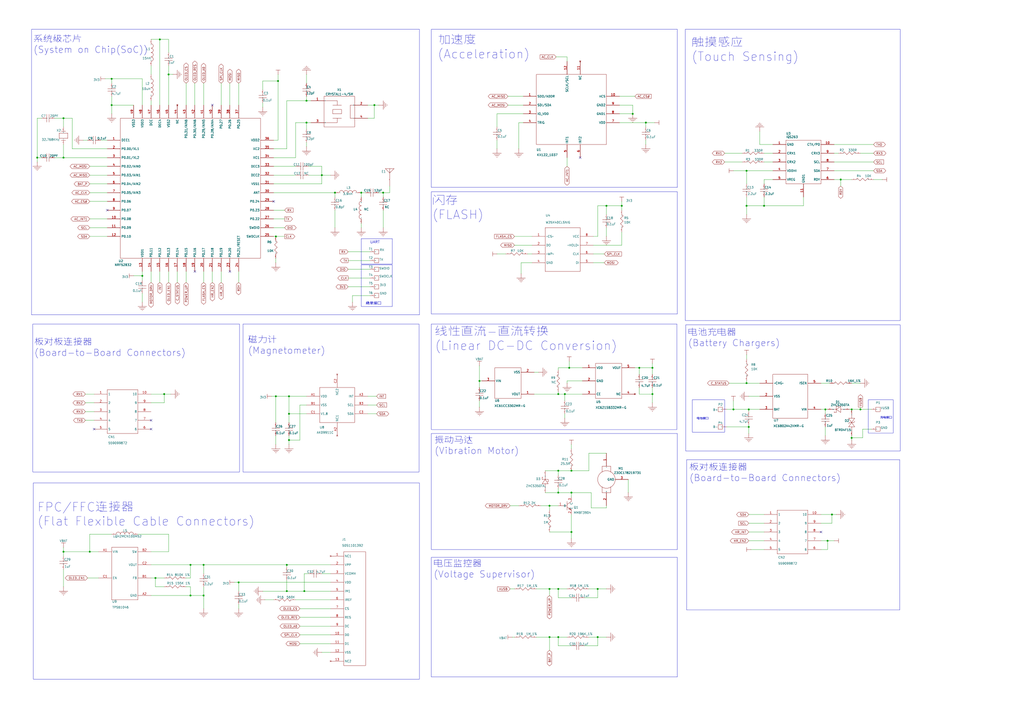
<source format=kicad_sch>
(kicad_sch (version 20231120) (generator "eeschema") (generator_version "8.0")
  (paper "A2")
  (junction (at 97.79 43.18))
  (junction (at 331.47 308.61))
  (junction (at 36.83 68.58))
  (junction (at 161.29 46.99))
  (junction (at 346.71 341.63))
  (junction (at 36.83 320.04))
  (junction (at 92.71 22.86))
  (junction (at 177.8 71.12))
  (junction (at 480.06 313.69))
  (junction (at 360.68 119.38))
  (junction (at 186.69 101.6))
  (junction (at 433.07 222.25))
  (junction (at 499.11 237.49))
  (junction (at 318.77 293.37))
  (junction (at 330.2 213.36))
  (junction (at 90.17 335.28))
  (junction (at 482.6 298.45))
  (junction (at 433.07 119.38))
  (junction (at 209.55 111.76))
  (junction (at 177.8 58.42))
  (junction (at 217.17 60.96))
  (junction (at 487.68 104.14))
  (junction (at 433.07 99.06))
  (junction (at 21.59 91.44))
  (junction (at 52.07 320.04))
  (junction (at 323.85 369.57))
  (junction (at 318.77 341.63))
  (junction (at 434.34 237.49))
  (junction (at 138.43 337.82))
  (junction (at 323.85 285.75))
  (junction (at 346.71 369.57))
  (junction (at 118.11 327.66))
  (junction (at 367.03 66.04))
  (junction (at 194.31 111.76))
  (junction (at 478.79 237.49))
  (junction (at 82.55 160.02))
  (junction (at 323.85 341.63))
  (junction (at 160.02 137.16))
  (junction (at 327.66 228.6))
  (junction (at 378.46 213.36))
  (junction (at 64.77 60.96))
  (junction (at 434.34 247.65))
  (junction (at 374.65 71.12))
  (junction (at 378.46 228.6))
  (junction (at 494.03 254))
  (junction (at 351.79 119.38))
  (junction (at 166.37 327.66))
  (junction (at 110.49 345.44))
  (junction (at 323.85 228.6))
  (junction (at 167.64 255.27))
  (junction (at 331.47 285.75))
  (junction (at 425.45 237.49))
  (junction (at 176.53 342.9))
  (junction (at 278.13 220.98))
  (junction (at 160.02 229.87))
  (junction (at 64.77 45.72))
  (junction (at 36.83 91.44))
  (junction (at 167.64 229.87))
  (junction (at 110.49 327.66))
  (junction (at 167.64 240.03))
  (junction (at 494.03 237.49))
  (junction (at 118.11 345.44))
  (junction (at 95.25 228.6))
  (junction (at 166.37 342.9))
  (junction (at 443.23 119.38))
  (junction (at 323.85 273.05))
  (junction (at 318.77 369.57))
  (junction (at 222.25 111.76))
  (junction (at 370.84 213.36))
  (junction (at 331.47 273.05))
  (no_connect (at 158.75 116.84))
  (no_connect (at 476.25 308.61))
  (no_connect (at 123.19 60.96))
  (no_connect (at 133.35 157.48))
  (no_connect (at 87.63 243.84))
  (no_connect (at 54.61 248.92))
  (no_connect (at 87.63 248.92))
  (no_connect (at 113.03 157.48))
  (no_connect (at 336.55 91.44))
  (no_connect (at 62.23 121.92))
  (wire (pts (xy 300.99 86.36) (xy 300.99 71.12)))
  (wire (pts (xy 173.99 368.3) (xy 191.77 368.3)))
  (wire (pts (xy 308.61 142.24) (xy 298.45 142.24)))
  (wire (pts (xy 327.66 228.6) (xy 327.66 232.41)))
  (wire (pts (xy 351.79 294.64) (xy 351.79 293.37)))
  (wire (pts (xy 494.03 254) (xy 494.03 255.27)))
  (wire (pts (xy 346.71 369.57) (xy 351.79 369.57)))
  (wire (pts (xy 77.47 60.96) (xy 64.77 60.96)))
  (wire (pts (xy 378.46 233.68) (xy 378.46 228.6)))
  (wire (pts (xy 213.36 229.87) (xy 218.44 229.87)))
  (wire (pts (xy 158.75 137.16) (xy 160.02 137.16)))
  (wire (pts (xy 494.03 252.73) (xy 494.03 254)))
  (wire (pts (xy 360.68 116.84) (xy 360.68 119.38)))
  (wire (pts (xy 500.38 248.92) (xy 505.46 248.92)))
  (wire (pts (xy 110.49 340.36) (xy 107.95 340.36)))
  (wire (pts (xy 318.77 369.57) (xy 323.85 369.57)))
  (wire (pts (xy 344.17 147.32) (xy 350.52 147.32)))
  (wire (pts (xy 97.79 163.83) (xy 97.79 157.48)))
  (wire (pts (xy 360.68 134.62) (xy 360.68 142.24)))
  (wire (pts (xy 176.53 332.74) (xy 179.07 332.74)))
  (wire (pts (xy 328.93 33.02) (xy 322.58 33.02)))
  (wire (pts (xy 318.77 293.37) (xy 313.69 293.37)))
  (wire (pts (xy 433.07 222.25) (xy 433.07 220.98)))
  (wire (pts (xy 118.11 327.66) (xy 166.37 327.66)))
  (wire (pts (xy 482.6 303.53) (xy 476.25 303.53)))
  (wire (pts (xy 483.87 313.69) (xy 480.06 313.69)))
  (wire (pts (xy 161.29 43.18) (xy 161.29 46.99)))
  (wire (pts (xy 158.75 111.76) (xy 194.31 111.76)))
  (wire (pts (xy 359.41 66.04) (xy 367.03 66.04)))
  (wire (pts (xy 328.93 341.63) (xy 323.85 341.63)))
  (wire (pts (xy 300.99 71.12) (xy 303.53 71.12)))
  (wire (pts (xy 166.37 327.66) (xy 191.77 327.66)))
  (wire (pts (xy 434.34 251.46) (xy 434.34 247.65)))
  (wire (pts (xy 370.84 228.6) (xy 378.46 228.6)))
  (wire (pts (xy 110.49 335.28) (xy 107.95 335.28)))
  (wire (pts (xy 346.71 119.38) (xy 346.71 137.16)))
  (wire (pts (xy 295.91 293.37) (xy 300.99 293.37)))
  (wire (pts (xy 303.53 55.88) (xy 294.64 55.88)))
  (wire (pts (xy 433.07 99.06) (xy 433.07 106.68)))
  (wire (pts (xy 82.55 162.56) (xy 82.55 160.02)))
  (wire (pts (xy 177.8 58.42) (xy 180.34 58.42)))
  (wire (pts (xy 323.85 227.33) (xy 323.85 228.6)))
  (wire (pts (xy 494.03 237.49) (xy 499.11 237.49)))
  (wire (pts (xy 278.13 220.98) (xy 279.4 220.98)))
  (wire (pts (xy 36.83 91.44) (xy 36.83 83.82)))
  (wire (pts (xy 173.99 353.06) (xy 191.77 353.06)))
  (wire (pts (xy 331.47 288.29) (xy 331.47 285.75)))
  (wire (pts (xy 97.79 309.88) (xy 80.01 309.88)))
  (wire (pts (xy 177.8 55.88) (xy 177.8 58.42)))
  (wire (pts (xy 434.34 313.69) (xy 443.23 313.69)))
  (wire (pts (xy 288.29 66.04) (xy 303.53 66.04)))
  (wire (pts (xy 107.95 157.48) (xy 107.95 163.83)))
  (wire (pts (xy 213.36 234.95) (xy 218.44 234.95)))
  (wire (pts (xy 346.71 374.65) (xy 346.71 369.57)))
  (wire (pts (xy 97.79 43.18) (xy 97.79 38.1)))
  (wire (pts (xy 311.15 341.63) (xy 318.77 341.63)))
  (wire (pts (xy 99.06 228.6) (xy 95.25 228.6)))
  (wire (pts (xy 160.02 149.86) (xy 160.02 152.4)))
  (wire (pts (xy 92.71 157.48) (xy 92.71 163.83)))
  (wire (pts (xy 331.47 260.35) (xy 331.47 257.81)))
  (wire (pts (xy 302.26 152.4) (xy 308.61 152.4)))
  (wire (pts (xy 152.4 46.99) (xy 152.4 52.07)))
  (wire (pts (xy 128.27 48.26) (xy 128.27 60.96)))
  (wire (pts (xy 161.29 81.28) (xy 158.75 81.28)))
  (wire (pts (xy 138.43 342.9) (xy 138.43 337.82)))
  (wire (pts (xy 177.8 240.03) (xy 167.64 240.03)))
  (wire (pts (xy 222.25 111.76) (xy 222.25 114.3)))
  (wire (pts (xy 82.55 175.26) (xy 82.55 170.18)))
  (wire (pts (xy 110.49 340.36) (xy 110.49 345.44)))
  (wire (pts (xy 478.79 252.73) (xy 478.79 247.65)))
  (wire (pts (xy 31.75 91.44) (xy 36.83 91.44)))
  (wire (pts (xy 167.64 255.27) (xy 167.64 257.81)))
  (wire (pts (xy 214.63 146.05) (xy 201.93 146.05)))
  (wire (pts (xy 278.13 212.09) (xy 278.13 220.98)))
  (wire (pts (xy 425.45 237.49) (xy 434.34 237.49)))
  (wire (pts (xy 177.8 71.12) (xy 180.34 71.12)))
  (wire (pts (xy 297.18 369.57) (xy 298.45 369.57)))
  (wire (pts (xy 118.11 345.44) (xy 110.49 345.44)))
  (wire (pts (xy 52.07 127) (xy 62.23 127)))
  (wire (pts (xy 87.63 345.44) (xy 110.49 345.44)))
  (wire (pts (xy 177.8 43.18) (xy 177.8 48.26)))
  (wire (pts (xy 374.65 71.12) (xy 379.73 71.12)))
  (wire (pts (xy 448.31 93.98) (xy 443.23 93.98)))
  (wire (pts (xy 327.66 228.6) (xy 337.82 228.6)))
  (wire (pts (xy 434.34 298.45) (xy 443.23 298.45)))
  (wire (pts (xy 478.79 240.03) (xy 478.79 237.49)))
  (wire (pts (xy 54.61 228.6) (xy 49.53 228.6)))
  (wire (pts (xy 118.11 157.48) (xy 118.11 163.83)))
  (wire (pts (xy 95.25 228.6) (xy 87.63 228.6)))
  (wire (pts (xy 209.55 111.76) (xy 212.09 111.76)))
  (wire (pts (xy 351.79 124.46) (xy 351.79 119.38)))
  (wire (pts (xy 152.4 342.9) (xy 166.37 342.9)))
  (wire (pts (xy 219.71 111.76) (xy 222.25 111.76)))
  (wire (pts (xy 483.87 104.14) (xy 487.68 104.14)))
  (wire (pts (xy 191.77 332.74) (xy 186.69 332.74)))
  (wire (pts (xy 194.31 132.08) (xy 194.31 121.92)))
  (wire (pts (xy 323.85 341.63) (xy 323.85 346.71)))
  (wire (pts (xy 173.99 373.38) (xy 191.77 373.38)))
  (wire (pts (xy 160.02 252.73) (xy 160.02 257.81)))
  (wire (pts (xy 157.48 229.87) (xy 160.02 229.87)))
  (wire (pts (xy 161.29 46.99) (xy 161.29 81.28)))
  (wire (pts (xy 499.11 236.22) (xy 499.11 237.49)))
  (wire (pts (xy 499.11 222.25) (xy 494.03 222.25)))
  (wire (pts (xy 118.11 345.44) (xy 118.11 340.36)))
  (wire (pts (xy 204.47 171.45) (xy 204.47 175.26)))
  (wire (pts (xy 50.8 81.28) (xy 48.26 81.28)))
  (wire (pts (xy 481.33 222.25) (xy 476.25 222.25)))
  (wire (pts (xy 378.46 228.6) (xy 378.46 224.79)))
  (wire (pts (xy 173.99 255.27) (xy 167.64 255.27)))
  (wire (pts (xy 107.95 48.26) (xy 107.95 60.96)))
  (wire (pts (xy 226.06 111.76) (xy 226.06 107.95)))
  (wire (pts (xy 440.69 83.82) (xy 448.31 83.82)))
  (wire (pts (xy 433.07 119.38) (xy 433.07 114.3)))
  (wire (pts (xy 36.83 320.04) (xy 36.83 317.5)))
  (wire (pts (xy 167.64 255.27) (xy 167.64 252.73)))
  (wire (pts (xy 118.11 48.26) (xy 118.11 60.96)))
  (wire (pts (xy 191.77 101.6) (xy 186.69 101.6)))
  (wire (pts (xy 158.75 121.92) (xy 165.1 121.92)))
  (wire (pts (xy 36.83 330.2) (xy 36.83 340.36)))
  (wire (pts (xy 368.3 55.88) (xy 359.41 55.88)))
  (wire (pts (xy 90.17 340.36) (xy 90.17 335.28)))
  (wire (pts (xy 293.37 147.32) (xy 288.29 147.32)))
  (wire (pts (xy 171.45 96.52) (xy 158.75 96.52)))
  (wire (pts (xy 77.47 160.02) (xy 82.55 160.02)))
  (wire (pts (xy 499.11 88.9) (xy 506.73 88.9)))
  (wire (pts (xy 36.83 68.58) (xy 36.83 73.66)))
  (wire (pts (xy 499.11 237.49) (xy 505.46 237.49)))
  (wire (pts (xy 118.11 332.74) (xy 118.11 327.66)))
  (wire (pts (xy 323.85 213.36) (xy 330.2 213.36)))
  (wire (pts (xy 87.63 327.66) (xy 110.49 327.66)))
  (wire (pts (xy 176.53 342.9) (xy 191.77 342.9)))
  (wire (pts (xy 492.76 237.49) (xy 494.03 237.49)))
  (wire (pts (xy 483.87 99.06) (xy 506.73 99.06)))
  (wire (pts (xy 158.75 347.98) (xy 153.67 347.98)))
  (wire (pts (xy 90.17 335.28) (xy 95.25 335.28)))
  (wire (pts (xy 62.23 86.36) (xy 41.91 86.36)))
  (wire (pts (xy 21.59 93.98) (xy 21.59 91.44)))
  (wire (pts (xy 21.59 91.44) (xy 21.59 68.58)))
  (wire (pts (xy 138.43 350.52) (xy 138.43 353.06)))
  (wire (pts (xy 360.68 121.92) (xy 360.68 119.38)))
  (wire (pts (xy 318.77 341.63) (xy 323.85 341.63)))
  (wire (pts (xy 341.63 341.63) (xy 346.71 341.63)))
  (wire (pts (xy 339.09 374.65) (xy 346.71 374.65)))
  (wire (pts (xy 167.64 240.03) (xy 167.64 229.87)))
  (wire (pts (xy 158.75 132.08) (xy 165.1 132.08)))
  (wire (pts (xy 58.42 81.28) (xy 62.23 81.28)))
  (wire (pts (xy 360.68 142.24) (xy 344.17 142.24)))
  (wire (pts (xy 483.87 93.98) (xy 506.73 93.98)))
  (wire (pts (xy 434.34 229.87) (xy 440.69 229.87)))
  (wire (pts (xy 330.2 209.55) (xy 330.2 213.36)))
  (wire (pts (xy 367.03 66.04) (xy 367.03 60.96)))
  (wire (pts (xy 323.85 228.6) (xy 327.66 228.6)))
  (wire (pts (xy 421.64 237.49) (xy 425.45 237.49)))
  (wire (pts (xy 378.46 210.82) (xy 378.46 213.36)))
  (wire (pts (xy 82.55 60.96) (xy 82.55 45.72)))
  (wire (pts (xy 171.45 91.44) (xy 158.75 91.44)))
  (wire (pts (xy 95.25 340.36) (xy 90.17 340.36)))
  (wire (pts (xy 138.43 337.82) (xy 191.77 337.82)))
  (wire (pts (xy 95.25 233.68) (xy 95.25 228.6)))
  (wire (pts (xy 346.71 341.63) (xy 346.71 346.71)))
  (wire (pts (xy 128.27 157.48) (xy 128.27 163.83)))
  (wire (pts (xy 138.43 157.48) (xy 138.43 163.83)))
  (wire (pts (xy 21.59 68.58) (xy 24.13 68.58)))
  (wire (pts (xy 138.43 48.26) (xy 138.43 60.96)))
  (wire (pts (xy 214.63 161.29) (xy 201.93 161.29)))
  (wire (pts (xy 341.63 369.57) (xy 346.71 369.57)))
  (wire (pts (xy 64.77 45.72) (xy 64.77 48.26)))
  (wire (pts (xy 166.37 342.9) (xy 166.37 336.55)))
  (wire (pts (xy 52.07 320.04) (xy 36.83 320.04)))
  (wire (pts (xy 443.23 114.3) (xy 443.23 119.38)))
  (wire (pts (xy 346.71 137.16) (xy 344.17 137.16)))
  (wire (pts (xy 171.45 71.12) (xy 171.45 91.44)))
  (wire (pts (xy 434.34 238.76) (xy 434.34 237.49)))
  (wire (pts (xy 288.29 73.66) (xy 288.29 66.04)))
  (wire (pts (xy 52.07 111.76) (xy 62.23 111.76)))
  (wire (pts (xy 483.87 83.82) (xy 506.73 83.82)))
  (wire (pts (xy 92.71 22.86) (xy 97.79 22.86)))
  (wire (pts (xy 500.38 248.92) (xy 500.38 254)))
  (wire (pts (xy 52.07 309.88) (xy 64.77 309.88)))
  (wire (pts (xy 152.4 62.23) (xy 152.4 59.69)))
  (wire (pts (xy 166.37 328.93) (xy 166.37 327.66)))
  (wire (pts (xy 64.77 45.72) (xy 60.96 45.72)))
  (wire (pts (xy 476.25 298.45) (xy 482.6 298.45)))
  (wire (pts (xy 160.02 245.11) (xy 160.02 229.87)))
  (wire (pts (xy 179.07 101.6) (xy 186.69 101.6)))
  (wire (pts (xy 494.03 254) (xy 500.38 254)))
  (wire (pts (xy 214.63 151.13) (xy 201.93 151.13)))
  (wire (pts (xy 118.11 353.06) (xy 118.11 345.44)))
  (wire (pts (xy 485.14 298.45) (xy 482.6 298.45)))
  (wire (pts (xy 420.37 88.9) (xy 430.53 88.9)))
  (wire (pts (xy 323.85 369.57) (xy 328.93 369.57)))
  (wire (pts (xy 466.09 119.38) (xy 443.23 119.38)))
  (wire (pts (xy 342.9 294.64) (xy 351.79 294.64)))
  (wire (pts (xy 434.34 237.49) (xy 440.69 237.49)))
  (wire (pts (xy 346.71 346.71) (xy 339.09 346.71)))
  (wire (pts (xy 318.77 295.91) (xy 318.77 293.37)))
  (wire (pts (xy 110.49 335.28) (xy 110.49 327.66)))
  (wire (pts (xy 177.8 74.93) (xy 177.8 71.12)))
  (wire (pts (xy 209.55 114.3) (xy 209.55 111.76)))
  (wire (pts (xy 359.41 71.12) (xy 374.65 71.12)))
  (wire (pts (xy 440.69 76.2) (xy 440.69 83.82)))
  (wire (pts (xy 318.77 308.61) (xy 331.47 308.61)))
  (wire (pts (xy 346.71 119.38) (xy 351.79 119.38)))
  (wire (pts (xy 370.84 224.79) (xy 370.84 228.6)))
  (wire (pts (xy 476.25 313.69) (xy 480.06 313.69)))
  (wire (pts (xy 351.79 119.38) (xy 360.68 119.38)))
  (wire (pts (xy 201.93 156.21) (xy 214.63 156.21)))
  (wire (pts (xy 318.77 341.63) (xy 318.77 345.44)))
  (wire (pts (xy 166.37 86.36) (xy 158.75 86.36)))
  (wire (pts (xy 213.36 68.58) (xy 217.17 68.58)))
  (wire (pts (xy 110.49 327.66) (xy 118.11 327.66)))
  (wire (pts (xy 331.47 273.05) (xy 341.63 273.05)))
  (wire (pts (xy 378.46 213.36) (xy 370.84 213.36)))
  (wire (pts (xy 87.63 233.68) (xy 95.25 233.68)))
  (wire (pts (xy 443.23 104.14) (xy 448.31 104.14)))
  (wire (pts (xy 173.99 234.95) (xy 173.99 255.27)))
  (wire (pts (xy 82.55 45.72) (xy 64.77 45.72)))
  (wire (pts (xy 351.79 137.16) (xy 351.79 132.08)))
  (wire (pts (xy 308.61 147.32) (xy 306.07 147.32)))
  (wire (pts (xy 160.02 229.87) (xy 167.64 229.87)))
  (wire (pts (xy 302.26 152.4) (xy 302.26 158.75)))
  (wire (pts (xy 309.88 228.6) (xy 323.85 228.6)))
  (wire (pts (xy 433.07 124.46) (xy 433.07 119.38)))
  (wire (pts (xy 177.8 71.12) (xy 171.45 71.12)))
  (wire (pts (xy 312.42 215.9) (xy 309.88 215.9)))
  (wire (pts (xy 443.23 318.77) (xy 435.61 318.77)))
  (wire (pts (xy 331.47 308.61) (xy 331.47 298.45)))
  (wire (pts (xy 82.55 160.02) (xy 82.55 157.48)))
  (wire (pts (xy 367.03 60.96) (xy 359.41 60.96)))
  (wire (pts (xy 186.69 101.6) (xy 186.69 106.68)))
  (wire (pts (xy 434.34 247.65) (xy 421.64 247.65)))
  (wire (pts (xy 113.03 48.26) (xy 113.03 60.96)))
  (wire (pts (xy 217.17 68.58) (xy 217.17 60.96)))
  (wire (pts (xy 328.93 35.56) (xy 328.93 33.02)))
  (wire (pts (xy 420.37 93.98) (xy 430.53 93.98)))
  (wire (pts (xy 374.65 73.66) (xy 374.65 71.12)))
  (wire (pts (xy 173.99 363.22) (xy 191.77 363.22)))
  (wire (pts (xy 331.47 374.65) (xy 323.85 374.65)))
  (wire (pts (xy 52.07 106.68) (xy 62.23 106.68)))
  (wire (pts (xy 344.17 152.4) (xy 350.52 152.4)))
  (wire (pts (xy 337.82 220.98) (xy 328.93 220.98)))
  (wire (pts (xy 87.63 163.83) (xy 87.63 157.48)))
  (wire (pts (xy 443.23 106.68) (xy 443.23 104.14)))
  (wire (pts (xy 346.71 341.63) (xy 351.79 341.63)))
  (wire (pts (xy 191.77 347.98) (xy 171.45 347.98)))
  (wire (pts (xy 222.25 132.08) (xy 222.25 121.92)))
  (wire (pts (xy 123.19 157.48) (xy 123.19 163.83)))
  (wire (pts (xy 54.61 243.84) (xy 49.53 243.84)))
  (wire (pts (xy 323.85 374.65) (xy 323.85 369.57)))
  (wire (pts (xy 422.91 222.25) (xy 433.07 222.25)))
  (wire (pts (xy 186.69 106.68) (xy 158.75 106.68)))
  (wire (pts (xy 52.07 137.16) (xy 62.23 137.16)))
  (wire (pts (xy 160.02 137.16) (xy 165.1 137.16)))
  (wire (pts (xy 364.49 285.75) (xy 364.49 278.13)))
  (wire (pts (xy 433.07 99.06) (xy 448.31 99.06)))
  (wire (pts (xy 425.45 232.41) (xy 425.45 237.49)))
  (wire (pts (xy 217.17 60.96) (xy 219.71 60.96)))
  (wire (pts (xy 327.66 240.03) (xy 327.66 242.57)))
  (wire (pts (xy 341.63 262.89) (xy 351.79 262.89)))
  (wire (pts (xy 64.77 60.96) (xy 64.77 55.88)))
  (wire (pts (xy 328.93 91.44) (xy 328.93 96.52)))
  (wire (pts (xy 323.85 285.75) (xy 316.23 285.75)))
  (wire (pts (xy 52.07 101.6) (xy 62.23 101.6)))
  (wire (pts (xy 57.15 320.04) (xy 52.07 320.04)))
  (wire (pts (xy 480.06 313.69) (xy 480.06 318.77)))
  (wire (pts (xy 52.07 116.84) (xy 62.23 116.84)))
  (wire (pts (xy 97.79 22.86) (xy 97.79 30.48)))
  (wire (pts (xy 204.47 171.45) (xy 214.63 171.45)))
  (wire (pts (xy 100.33 43.18) (xy 97.79 43.18)))
  (wire (pts (xy 487.68 107.95) (xy 487.68 104.14)))
  (wire (pts (xy 506.73 104.14) (xy 511.81 104.14)))
  (wire (pts (xy 102.87 157.48) (xy 102.87 163.83)))
  (wire (pts (xy 173.99 358.14) (xy 191.77 358.14)))
  (wire (pts (xy 434.34 303.53) (xy 443.23 303.53)))
  (wire (pts (xy 97.79 60.96) (xy 97.79 43.18)))
  (wire (pts (xy 288.29 86.36) (xy 288.29 81.28)))
  (wire (pts (xy 166.37 342.9) (xy 176.53 342.9)))
  (wire (pts (xy 64.77 66.04) (xy 64.77 60.96)))
  (wire (pts (xy 487.68 104.14) (xy 494.03 104.14)))
  (wire (pts (xy 186.69 378.46) (xy 191.77 378.46)))
  (wire (pts (xy 323.85 283.21) (xy 323.85 285.75)))
  (wire (pts (xy 177.8 234.95) (xy 173.99 234.95)))
  (wire (pts (xy 476.25 237.49) (xy 478.79 237.49)))
  (wire (pts (xy 36.83 68.58) (xy 31.75 68.58)))
  (wire (pts (xy 323.85 214.63) (xy 323.85 213.36)))
  (wire (pts (xy 161.29 46.99) (xy 152.4 46.99)))
  (wire (pts (xy 90.17 335.28) (xy 87.63 335.28)))
  (wire (pts (xy 311.15 369.57) (xy 318.77 369.57)))
  (wire (pts (xy 87.63 320.04) (xy 97.79 320.04)))
  (wire (pts (xy 87.63 60.96) (xy 87.63 58.42)))
  (wire (pts (xy 54.61 233.68) (xy 49.53 233.68)))
  (wire (pts (xy 92.71 60.96) (xy 92.71 22.86)))
  (wire (pts (xy 176.53 342.9) (xy 176.53 332.74)))
  (wire (pts (xy 171.45 101.6) (xy 158.75 101.6)))
  (wire (pts (xy 318.77 293.37) (xy 323.85 293.37)))
  (wire (pts (xy 52.07 96.52) (xy 62.23 96.52)))
  (wire (pts (xy 52.07 320.04) (xy 52.07 309.88)))
  (wire (pts (xy 278.13 236.22) (xy 278.13 232.41)))
  (wire (pts (xy 194.31 111.76) (xy 194.31 114.3)))
  (wire (pts (xy 213.36 240.03) (xy 218.44 240.03)))
  (wire (pts (xy 434.34 308.61) (xy 443.23 308.61)))
  (wire (pts (xy 167.64 229.87) (xy 177.8 229.87)))
  (wire (pts (xy 316.23 273.05) (xy 323.85 273.05)))
  (wire (pts (xy 303.53 60.96) (xy 294.64 60.96)))
  (wire (pts (xy 186.69 101.6) (xy 186.69 96.52)))
  (wire (pts (xy 370.84 213.36) (xy 368.3 213.36)))
  (wire (pts (xy 213.36 60.96) (xy 217.17 60.96)))
  (wire (pts (xy 214.63 166.37) (xy 201.93 166.37)))
  (wire (pts (xy 466.09 114.3) (xy 466.09 119.38)))
  (wire (pts (xy 480.06 237.49) (xy 478.79 237.49)))
  (wire (pts (xy 177.8 58.42) (xy 166.37 58.42)))
  (wire (pts (xy 36.83 91.44) (xy 62.23 91.44)))
  (wire (pts (xy 133.35 48.26) (xy 133.35 60.96)))
  (wire (pts (xy 323.85 285.75) (xy 331.47 285.75)))
  (wire (pts (xy 158.75 127) (xy 165.1 127)))
  (wire (pts (xy 323.85 275.59) (xy 323.85 273.05)))
  (wire (pts (xy 87.63 43.18) (xy 87.63 38.1)))
  (wire (pts (xy 50.8 335.28) (xy 57.15 335.28)))
  (wire (pts (xy 323.85 273.05) (xy 331.47 273.05)))
  (wire (pts (xy 36.83 322.58) (xy 36.83 320.04)))
  (wire (pts (xy 97.79 320.04) (xy 97.79 309.88)))
  (wire (pts (xy 298.45 341.63) (xy 295.91 341.63)))
  (wire (pts (xy 331.47 308.61) (xy 331.47 312.42)))
  (wire (pts (xy 330.2 213.36) (xy 337.82 213.36)))
  (wire (pts (xy 308.61 137.16) (xy 298.45 137.16)))
  (wire (pts (xy 222.25 111.76) (xy 226.06 111.76)))
  (wire (pts (xy 331.47 285.75) (xy 342.9 285.75)))
  (wire (pts (xy 443.23 119.38) (xy 433.07 119.38)))
  (wire (pts (xy 186.69 96.52) (xy 179.07 96.52)))
  (wire (pts (xy 433.07 222.25) (xy 440.69 222.25)))
  (wire (pts (xy 166.37 58.42) (xy 166.37 86.36)))
  (wire (pts (xy 425.45 99.06) (xy 433.07 99.06)))
  (wire (pts (xy 342.9 285.75) (xy 342.9 294.64)))
  (wire (pts (xy 52.07 132.08) (xy 62.23 132.08)))
  (wire (pts (xy 167.64 245.11) (xy 167.64 240.03)))
  (wire (pts (xy 135.89 337.82) (xy 138.43 337.82)))
  (wire (pts (xy 177.8 85.09) (xy 177.8 82.55)))
  (wire (pts (xy 341.63 273.05) (xy 341.63 262.89)))
  (wire (pts (xy 41.91 68.58) (xy 36.83 68.58)))
  (wire (pts (xy 370.84 213.36) (xy 370.84 217.17)))
  (wire (pts (xy 328.93 220.98) (xy 328.93 222.25)))
  (wire (pts (xy 278.13 220.98) (xy 278.13 224.79)))
  (wire (pts (xy 434.34 246.38) (xy 434.34 247.65)))
  (wire (pts (xy 318.77 377.19) (xy 318.77 369.57)))
  (wire (pts (xy 483.87 88.9) (xy 486.41 88.9)))
  (wire (pts (xy 433.07 205.74) (xy 433.07 208.28)))
  (wire (pts (xy 54.61 238.76) (xy 49.53 238.76)))
  (wire (pts (xy 323.85 346.71) (xy 331.47 346.71)))
  (wire (pts (xy 448.31 88.9) (xy 443.23 88.9)))
  (wire (pts (xy 87.63 22.86) (xy 92.71 22.86)))
  (wire (pts (xy 41.91 86.36) (xy 41.91 68.58)))
  (wire (pts (xy 24.13 91.44) (xy 21.59 91.44)))
  (wire (pts (xy 209.55 132.08) (xy 209.55 129.54)))
  (wire (pts (xy 480.06 318.77) (xy 476.25 318.77)))
  (wire (pts (xy 378.46 217.17) (xy 378.46 213.36)))
  (wire (pts (xy 374.65 83.82) (xy 374.65 81.28)))
  (wire (pts (xy 482.6 298.45) (xy 482.6 303.53)))
  (rectangle (start 19.05 273.812) (end 138.938 187.96))
  (rectangle (start 250.19 111.252) (end 392.938 182.118))
  (rectangle (start 209.55 153.67) (end 227.584 177.8))
  (rectangle (start 503.682 251.206) (end 518.16 231.902))
  (rectangle (start 140.97 273.812) (end 243.078 187.96))
  (rectangle (start 398.272 266.7) (end 521.97 353.822))
  (rectangle (start 397.764 188.468) (end 522.224 261.62))
  (rectangle (start 397.51 17.018) (end 522.224 185.928))
  (rectangle (start 18.288 182.626) (end 243.332 17.018))
  (rectangle (start 250.19 187.96) (end 392.684 249.174))
  (rectangle (start 250.19 323.342) (end 392.938 392.684))
  (rectangle (start 250.19 318.77) (end 392.938 251.46))
  (rectangle (start 250.19 17.018) (end 392.938 108.712))
  (rectangle (start 19.304 393.954) (end 243.332 280.162))
  (rectangle (start 401.574 231.902) (end 420.37 250.698))
  (rectangle (start 209.55 138.43) (end 227.584 153.162))
  (text "磁力计\n(Magnetometer)" (at 143.764 205.74 0) (effects (font (size 3.81 3.81)) (justify left bottom)))
  (text "UART" (at 214.63 141.478 0) (effects (font (size 1.524 1.524)) (justify left bottom)))
  (text "系统级芯片\n(System on Chip(SoC))" (at 19.304 31.242 0) (effects (font (size 3.81 3.81)) (justify left bottom)))
  (text "振动马达\n(Vibration Motor)" (at 251.968 263.906 0) (effects (font (size 3.81 3.81)) (justify left bottom)))
  (text "充电接口" (at 510.54 243.078 0) (effects (font (size 1.143 1.143)) (justify left bottom)))
  (text "加速度\n(Acceleration)" (at 253.746 34.544 0) (effects (font (size 5.08 5.08)) (justify left bottom)))
  (text "闪存\n(FLASH)" (at 250.698 120.65 0) (effects (font (size 5.08 5.08)) (justify left)))
  (text "烧录接口" (at 212.09 177.038 0) (effects (font (size 1.524 1.524)) (justify left bottom)))
  (text "触摸感应\n(Touch Sensing)" (at 401.066 28.956 0) (effects (font (size 5.08 5.08)) (justify left)))
  (text "电池接口" (at 404.114 243.586 0) (effects (font (size 1.143 1.143)) (justify left bottom)))
  (text "板对板连接器\n(Board-to-Board Connectors)" (at 19.812 207.01 0) (effects (font (size 3.81 3.81)) (justify left bottom)))
  (text "板对板连接器\n(Board-to-Board Connectors)" (at 399.796 279.654 0) (effects (font (size 3.81 3.81)) (justify left bottom)))
  (text "电池充电器\n(Battery Chargers)" (at 399.034 196.088 0) (effects (font (size 3.81 3.81)) (justify left)))
  (text "FPC/FFC连接器\n(Flat Flexible Cable Connectors)" (at 21.59 305.562 0) (effects (font (size 5.08 5.08)) (justify left bottom)))
  (text "线性直流-直流转换\n(Linear DC-DC Conversion)" (at 252.222 203.708 0) (effects (font (size 5.08 5.08)) (justify left bottom)))
  (text "电压监控器\n(Voltage Supervisor)" (at 251.46 335.534 0) (effects (font (size 3.81 3.81)) (justify left bottom)))
  (global_label "OLED_CS" (shape bidirectional) (at 173.99 353.06 180) (property "Intersheetrefs" "${INTERSHEET_REFS}" (effects (hide yes))))
  (global_label "SPI_CLK" (shape bidirectional) (at 128.27 48.26 90) (property "Intersheetrefs" "${INTERSHEET_REFS}" (effects (hide yes))))
  (global_label "FLASH_CS" (shape bidirectional) (at 118.11 163.83 270) (property "Intersheetrefs" "${INTERSHEET_REFS}" (effects (hide yes))))
  (global_label "MOTOR_DRV" (shape bidirectional) (at 295.91 293.37 180) (property "Intersheetrefs" "${INTERSHEET_REFS}" (effects (hide yes))))
  (global_label "SCL" (shape input) (at 434.34 303.53 180) (property "Intersheetrefs" "${INTERSHEET_REFS}" (effects (hide yes))))
  (global_label "DIO" (shape bidirectional) (at 201.93 156.21 180) (property "Intersheetrefs" "${INTERSHEET_REFS}" (effects (hide yes))))
  (global_label "SCL" (shape input) (at 218.44 234.95 0) (property "Intersheetrefs" "${INTERSHEET_REFS}" (effects (hide yes))))
  (global_label "RX3" (shape bidirectional) (at 49.53 238.76 180) (property "Intersheetrefs" "${INTERSHEET_REFS}" (effects (hide yes))))
  (global_label "OLED_EN1" (shape bidirectional) (at 97.79 163.83 270) (property "Intersheetrefs" "${INTERSHEET_REFS}" (effects (hide yes))))
  (global_label "SDA" (shape bidirectional) (at 52.07 137.16 180) (property "Intersheetrefs" "${INTERSHEET_REFS}" (effects (hide yes))))
  (global_label "MOSI" (shape bidirectional) (at 173.99 373.38 180) (property "Intersheetrefs" "${INTERSHEET_REFS}" (effects (hide yes))))
  (global_label "INT" (shape bidirectional) (at 92.71 163.83 270) (property "Intersheetrefs" "${INTERSHEET_REFS}" (effects (hide yes))))
  (global_label "AC_CS#" (shape input) (at 368.3 55.88 0) (property "Intersheetrefs" "${INTERSHEET_REFS}" (effects (hide yes))))
  (global_label "OLED_RES" (shape bidirectional) (at 173.99 358.14 180) (property "Intersheetrefs" "${INTERSHEET_REFS}" (effects (hide yes))))
  (global_label "SDA" (shape bidirectional) (at 218.44 240.03 0) (property "Intersheetrefs" "${INTERSHEET_REFS}" (effects (hide yes))))
  (global_label "HR_EN2" (shape bidirectional) (at 434.34 313.69 180) (property "Intersheetrefs" "${INTERSHEET_REFS}" (effects (hide yes))))
  (global_label "RX2" (shape bidirectional) (at 420.37 93.98 180) (property "Intersheetrefs" "${INTERSHEET_REFS}" (effects (hide yes))))
  (global_label "VUSB" (shape input) (at 295.91 341.63 180) (property "Intersheetrefs" "${INTERSHEET_REFS}" (effects (hide yes))))
  (global_label "TX0" (shape bidirectional) (at 506.73 83.82 0) (property "Intersheetrefs" "${INTERSHEET_REFS}" (effects (hide yes))))
  (global_label "OLED_RES" (shape bidirectional) (at 113.03 48.26 90) (property "Intersheetrefs" "${INTERSHEET_REFS}" (effects (hide yes))))
  (global_label "BAT_P" (shape bidirectional) (at 318.77 377.19 270) (property "Intersheetrefs" "${INTERSHEET_REFS}" (effects (hide yes))))
  (global_label "RDY" (shape bidirectional) (at 138.43 163.83 270) (property "Intersheetrefs" "${INTERSHEET_REFS}" (effects (hide yes))))
  (global_label "SDA" (shape bidirectional) (at 434.34 298.45 180) (property "Intersheetrefs" "${INTERSHEET_REFS}" (effects (hide yes))))
  (global_label "OLED_EN1" (shape bidirectional) (at 50.8 335.28 180) (property "Intersheetrefs" "${INTERSHEET_REFS}" (effects (hide yes))))
  (global_label "OLED_A0" (shape bidirectional) (at 173.99 363.22 180) (property "Intersheetrefs" "${INTERSHEET_REFS}" (effects (hide yes))))
  (global_label "RX2" (shape bidirectional) (at 49.53 233.68 180) (property "Intersheetrefs" "${INTERSHEET_REFS}" (effects (hide yes))))
  (global_label "BAT_P" (shape bidirectional) (at 52.07 106.68 180) (property "Intersheetrefs" "${INTERSHEET_REFS}" (effects (hide yes))))
  (global_label "AC_MISO" (shape bidirectional) (at 294.64 55.88 180) (property "Intersheetrefs" "${INTERSHEET_REFS}" (effects (hide yes))))
  (global_label "RX1" (shape bidirectional) (at 49.53 228.6 180) (property "Intersheetrefs" "${INTERSHEET_REFS}" (effects (hide yes))))
  (global_label "MOSI" (shape bidirectional) (at 350.52 152.4 0) (property "Intersheetrefs" "${INTERSHEET_REFS}" (effects (hide yes))))
  (global_label "SCL" (shape input) (at 506.73 93.98 0) (property "Intersheetrefs" "${INTERSHEET_REFS}" (effects (hide yes))))
  (global_label "TX" (shape output) (at 165.1 127 0) (property "Intersheetrefs" "${INTERSHEET_REFS}" (effects (hide yes))))
  (global_label "AC_MOSI" (shape bidirectional) (at 294.64 60.96 180) (property "Intersheetrefs" "${INTERSHEET_REFS}" (effects (hide yes))))
  (global_label "RX1" (shape bidirectional) (at 420.37 88.9 180) (property "Intersheetrefs" "${INTERSHEET_REFS}" (effects (hide yes))))
  (global_label "HR_INT" (shape bidirectional) (at 434.34 308.61 180) (property "Intersheetrefs" "${INTERSHEET_REFS}" (effects (hide yes))))
  (global_label "HR_INT" (shape bidirectional) (at 128.27 163.83 270) (property "Intersheetrefs" "${INTERSHEET_REFS}" (effects (hide yes))))
  (global_label "CLK" (shape output) (at 165.1 137.16 0) (property "Intersheetrefs" "${INTERSHEET_REFS}" (effects (hide yes))))
  (global_label "AC_INT1" (shape bidirectional) (at 52.07 127 180) (property "Intersheetrefs" "${INTERSHEET_REFS}" (effects (hide yes))))
  (global_label "RDY" (shape bidirectional) (at 487.68 107.95 270) (property "Intersheetrefs" "${INTERSHEET_REFS}" (effects (hide yes))))
  (global_label "SCL" (shape bidirectional) (at 52.07 132.08 180) (property "Intersheetrefs" "${INTERSHEET_REFS}" (effects (hide yes))))
  (global_label "SPI_CLK" (shape bidirectional) (at 173.99 368.3 180) (property "Intersheetrefs" "${INTERSHEET_REFS}" (effects (hide yes))))
  (global_label "MISO" (shape bidirectional) (at 298.45 142.24 180) (property "Intersheetrefs" "${INTERSHEET_REFS}" (effects (hide yes))))
  (global_label "3V3" (shape bidirectional) (at 201.93 166.37 180) (property "Intersheetrefs" "${INTERSHEET_REFS}" (effects (hide yes))))
  (global_label "RX3" (shape bidirectional) (at 506.73 88.9 0) (property "Intersheetrefs" "${INTERSHEET_REFS}" (effects (hide yes))))
  (global_label "SPI_CLK" (shape input) (at 350.52 147.32 0) (property "Intersheetrefs" "${INTERSHEET_REFS}" (effects (hide yes))))
  (global_label "AC_CLK" (shape bidirectional) (at 52.07 111.76 180) (property "Intersheetrefs" "${INTERSHEET_REFS}" (effects (hide yes))))
  (global_label "RX" (shape input) (at 165.1 121.92 0) (property "Intersheetrefs" "${INTERSHEET_REFS}" (effects (hide yes))))
  (global_label "CLK" (shape output) (at 201.93 161.29 180) (property "Intersheetrefs" "${INTERSHEET_REFS}" (effects (hide yes))))
  (global_label "VUSB" (shape output) (at 499.11 236.22 90) (property "Intersheetrefs" "${INTERSHEET_REFS}" (effects (hide yes))))
  (global_label "AC_INT1" (shape bidirectional) (at 328.93 96.52 270) (property "Intersheetrefs" "${INTERSHEET_REFS}" (effects (hide yes))))
  (global_label "POWER_UP" (shape bidirectional) (at 318.77 345.44 270) (property "Intersheetrefs" "${INTERSHEET_REFS}" (effects (hide yes))))
  (global_label "AC_CLK" (shape input) (at 322.58 33.02 180) (property "Intersheetrefs" "${INTERSHEET_REFS}" (effects (hide yes))))
  (global_label "RX" (shape input) (at 201.93 146.05 180) (property "Intersheetrefs" "${INTERSHEET_REFS}" (effects (hide yes))))
  (global_label "MOSI" (shape bidirectional) (at 133.35 48.26 90) (property "Intersheetrefs" "${INTERSHEET_REFS}" (effects (hide yes))))
  (global_label "POWER_UP" (shape bidirectional) (at 107.95 163.83 270) (property "Intersheetrefs" "${INTERSHEET_REFS}" (effects (hide yes))))
  (global_label "MISO" (shape bidirectional) (at 138.43 48.26 90) (property "Intersheetrefs" "${INTERSHEET_REFS}" (effects (hide yes))))
  (global_label "OLED_A0" (shape bidirectional) (at 118.11 48.26 90) (property "Intersheetrefs" "${INTERSHEET_REFS}" (effects (hide yes))))
  (global_label "INT" (shape input) (at 218.44 229.87 0) (property "Intersheetrefs" "${INTERSHEET_REFS}" (effects (hide yes))))
  (global_label "SDA" (shape bidirectional) (at 506.73 99.06 0) (property "Intersheetrefs" "${INTERSHEET_REFS}" (effects (hide yes))))
  (global_label "OLED_CS" (shape bidirectional) (at 107.95 48.26 90) (property "Intersheetrefs" "${INTERSHEET_REFS}" (effects (hide yes))))
  (global_label "FLASH_CS" (shape input) (at 298.45 137.16 180) (property "Intersheetrefs" "${INTERSHEET_REFS}" (effects (hide yes))))
  (global_label "TX0" (shape bidirectional) (at 49.53 243.84 180) (property "Intersheetrefs" "${INTERSHEET_REFS}" (effects (hide yes))))
  (global_label "AC_MOSI" (shape bidirectional) (at 52.07 96.52 180) (property "Intersheetrefs" "${INTERSHEET_REFS}" (effects (hide yes))))
  (global_label "MOTOR_DRV" (shape bidirectional) (at 87.63 163.83 270) (property "Intersheetrefs" "${INTERSHEET_REFS}" (effects (hide yes))))
  (global_label "DIO" (shape bidirectional) (at 165.1 132.08 0) (property "Intersheetrefs" "${INTERSHEET_REFS}" (effects (hide yes))))
  (global_label "C_STATUS" (shape bidirectional) (at 422.91 222.25 180) (property "Intersheetrefs" "${INTERSHEET_REFS}" (effects (hide yes))))
  (global_label "C_STATUS" (shape bidirectional) (at 102.87 163.83 270) (property "Intersheetrefs" "${INTERSHEET_REFS}" (effects (hide yes))))
  (global_label "TX" (shape output) (at 201.93 151.13 180) (property "Intersheetrefs" "${INTERSHEET_REFS}" (effects (hide yes))))
  (global_label "HR_EN2" (shape bidirectional) (at 123.19 163.83 270) (property "Intersheetrefs" "${INTERSHEET_REFS}" (effects (hide yes))))
  (global_label "AC_MISO" (shape bidirectional) (at 52.07 101.6 180) (property "Intersheetrefs" "${INTERSHEET_REFS}" (effects (hide yes))))
  (global_label "AC_CS#" (shape bidirectional) (at 52.07 116.84 180) (property "Intersheetrefs" "${INTERSHEET_REFS}" (effects (hide yes))))
  (symbol (lib_id "OD07_PLUS_-easyedapro:INDUCTOR") (at 209.55 127 180) (unit 1)
    (property "Reference" "L4" (at 204.978 120.65 0) (effects (justify right bottom)))
    (property "Value" "NC" (at 211.074 120.65 0) (effects (justify right bottom)))
    (property "Footprint" "OD07_PLUS_-easyedapro:L_0201_0603Metric" (effects (hide yes)))
    (property "Design Item ID" "INDUCTOR" (effects (hide yes)))
    (property "Library Name" "*" (effects (hide yes)))
    (property "Origin Footprint" "L0201" (effects (hide yes)))
    (property "PCB Footprint" "L0201" (effects (hide yes)))
    (property "Part Reference" "L4" (effects (hide yes)))
  )
  (symbol (lib_id "OD07_PLUS_-easyedapro:RESISTOR") (at 488.95 91.44 90) (unit 1)
    (property "Reference" "R2" (at 486.918 86.36 90) (effects (justify right bottom)))
    (property "Value" "330R" (at 491.998 86.36 90) (effects (justify right bottom)))
    (property "Footprint" "OD07_PLUS_-easyedapro:R_0201_0603Metric" (effects (hide yes)))
    (property "Design Item ID" "RESISTOR" (effects (hide yes)))
    (property "Library Name" "*" (effects (hide yes)))
    (property "Origin Footprint" "R0201" (effects (hide yes)))
    (property "PCB Footprint" "R0201" (effects (hide yes)))
    (property "Part Reference" "R2" (effects (hide yes)))
  )
  (symbol (lib_id "OD07_PLUS_-easyedapro:CAP NP") (at 181.61 335.28 90) (unit 1)
    (property "Reference" "C32" (at 178.054 330.962 90) (effects (justify right bottom)))
    (property "Value" "4.7uF" (at 183.388 330.962 90) (effects (justify right bottom)))
    (property "Footprint" "OD07_PLUS_-easyedapro:C_0402_1005Metric" (effects (hide yes)))
    (property "Design Item ID" "CAP NP" (effects (hide yes)))
    (property "Library Name" "*" (effects (hide yes)))
    (property "Origin Footprint" "C0402" (effects (hide yes)))
    (property "PCB Footprint" "C0402" (effects (hide yes)))
    (property "Part Reference" "C33" (effects (hide yes)))
  )
  (symbol (lib_id "OD07_PLUS_-easyedapro:CAP NP") (at 214.63 114.3 90) (unit 1)
    (property "Reference" "C15" (at 211.074 109.728 90) (effects (justify right bottom)))
    (property "Value" "12pF" (at 216.916 109.728 90) (effects (justify right bottom)))
    (property "Footprint" "OD07_PLUS_-easyedapro:C_0201_0603Metric" (effects (hide yes)))
    (property "Design Item ID" "CAP NP" (effects (hide yes)))
    (property "Library Name" "*" (effects (hide yes)))
    (property "Origin Footprint" "C0201" (effects (hide yes)))
    (property "PCB Footprint" "C0201" (effects (hide yes)))
    (property "Part Reference" "C15" (effects (hide yes)))
  )
  (symbol (lib_id "OD07_PLUS_-easyedapro:CRYSTAL") (at 34.29 81.28 90) (unit 1)
    (property "Reference" "X2" (at 32.766 74.93 90) (effects (justify right bottom)))
    (property "Value" "32.768KHz" (at 24.13 80.264 90) (effects (justify right bottom)))
    (property "Footprint" "OD07_PLUS_-easyedapro:XTAL_ECS-.327-12.5-12-TR" (effects (hide yes)))
    (property "Design Item ID" "CRYSTAL" (effects (hide yes)))
    (property "Library Name" "*" (effects (hide yes)))
    (property "Origin Footprint" "X2012" (effects (hide yes)))
    (property "PCB Footprint" "X2012" (effects (hide yes)))
    (property "Part Reference" "X2" (effects (hide yes)))
  )
  (symbol (lib_id "OD07_PLUS_-easyedapro:CAP NP") (at 375.92 219.71 0) (unit 1)
    (property "Reference" "C21" (at 378.968 218.44 0) (effects (justify left top)))
    (property "Value" "0.1uF" (at 378.714 222.758 0) (effects (justify left top)))
    (property "Footprint" "OD07_PLUS_-easyedapro:C_0201_0603Metric" (effects (hide yes)))
    (property "Design Item ID" "CAP NP" (effects (hide yes)))
    (property "Library Name" "*" (effects (hide yes)))
    (property "Origin Footprint" "C0201" (effects (hide yes)))
    (property "PCB Footprint" "C0201" (effects (hide yes)))
    (property "Part Reference" "C22" (effects (hide yes)))
  )
  (symbol (lib_id "OD07_PLUS_-easyedapro:CAP NP") (at 280.67 229.87 180) (unit 1)
    (property "Reference" "C22" (at 278.13 226.06 0) (effects (justify right bottom)))
    (property "Value" "0.1uF" (at 278.13 230.124 0) (effects (justify right bottom)))
    (property "Footprint" "OD07_PLUS_-easyedapro:C_0201_0603Metric" (effects (hide yes)))
    (property "Design Item ID" "CAP NP" (effects (hide yes)))
    (property "Library Name" "*" (effects (hide yes)))
    (property "Origin Footprint" "C0201" (effects (hide yes)))
    (property "PCB Footprint" "C0201" (effects (hide yes)))
    (property "Part Reference" "C23" (effects (hide yes)))
  )
  (symbol (lib_id "OD07_PLUS_-easyedapro:GND") (at 300.99 86.36 270) (unit 1)
    (property "Reference" "#PWR013" (effects (hide yes)))
    (property "Value" "GND" (effects (hide yes)))
    (property "Footprint" "OD07_PLUS_-easyedapro:" (effects (hide yes)))
    (property "Description" "电源符号创建名为 'GND' 的全局标签" (effects (hide yes)))
  )
  (symbol (lib_id "OD07_PLUS_-easyedapro:GND") (at 209.55 132.08 270) (unit 1)
    (property "Reference" "#PWR024" (effects (hide yes)))
    (property "Value" "GND" (effects (hide yes)))
    (property "Footprint" "OD07_PLUS_-easyedapro:" (effects (hide yes)))
    (property "Description" "电源符号创建名为 'GND' 的全局标签" (effects (hide yes)))
  )
  (symbol (lib_id "OD07_PLUS_-easyedapro:RESISTOR") (at 300.99 344.17 90) (unit 1)
    (property "Reference" "R17" (at 299.974 339.09 90) (effects (justify right bottom)))
    (property "Value" "1M_1%" (at 305.308 339.09 90) (effects (justify right bottom)))
    (property "Footprint" "OD07_PLUS_-easyedapro:R_0201_0603Metric" (effects (hide yes)))
    (property "Design Item ID" "RESISTOR" (effects (hide yes)))
    (property "Library Name" "*" (effects (hide yes)))
    (property "Origin Footprint" "R0201" (effects (hide yes)))
    (property "PCB Footprint" "R0201" (effects (hide yes)))
    (property "Part Reference" "R23" (effects (hide yes)))
  )
  (symbol (lib_id "OD07_PLUS_-easyedapro:GND") (at 288.29 86.36 270) (unit 1)
    (property "Reference" "#PWR012" (effects (hide yes)))
    (property "Value" "GND" (effects (hide yes)))
    (property "Footprint" "OD07_PLUS_-easyedapro:" (effects (hide yes)))
    (property "Description" "电源符号创建名为 'GND' 的全局标签" (effects (hide yes)))
  )
  (symbol (lib_id "OD07_PLUS_-easyedapro:NPN BCE_0") (at 326.39 290.83 0) (unit 1)
    (property "Reference" "Q1" (at 332.74 293.624 0) (effects (justify left top)))
    (property "Value" "MMBT3904" (at 332.74 296.672 0) (effects (justify left top)))
    (property "Footprint" "OD07_PLUS_-easyedapro:SOT-23_MCC" (effects (hide yes)))
    (property "Design Item ID" "NPN BCE_0" (effects (hide yes)))
    (property "Library Name" "*" (effects (hide yes)))
    (property "Origin Footprint" "SOT23" (effects (hide yes)))
    (property "PCB Footprint" "SOT23" (effects (hide yes)))
    (property "Part Reference" "Q1" (effects (hide yes)))
    (property "PspiceTemplate" "Q^@REFDES %C %B %E" (effects (hide yes)))
  )
  (symbol (lib_id "OD07_PLUS_-easyedapro:CAP NP") (at 334.01 349.25 90) (unit 1)
    (property "Reference" "C34" (at 329.946 344.932 90) (effects (justify right bottom)))
    (property "Value" "0.1uF" (at 336.55 344.932 90) (effects (justify right bottom)))
    (property "Footprint" "OD07_PLUS_-easyedapro:C_0201_0603Metric" (effects (hide yes)))
    (property "Design Item ID" "CAP NP" (effects (hide yes)))
    (property "Library Name" "*" (effects (hide yes)))
    (property "Origin Footprint" "C0201" (effects (hide yes)))
    (property "PCB Footprint" "C0201" (effects (hide yes)))
    (property "Part Reference" "C35" (effects (hide yes)))
  )
  (symbol (lib_id "OD07_PLUS_-easyedapro:T POINT S") (at 510.54 234.95 0) (mirror y) (unit 1)
    (property "Reference" "P1" (at 508 232.918 0) (effects (justify right top)))
    (property "Value" "VUSB" (at 510.794 235.966 0) (effects (justify right top)))
    (property "Footprint" "OD07_PLUS_-easyedapro:TestPoint_Pad_D1.5mm" (effects (hide yes)))
    (property "Design Item ID" "T POINT S" (effects (hide yes)))
    (property "Library Name" "*" (effects (hide yes)))
    (property "Origin Footprint" "VUSB_A" (effects (hide yes)))
    (property "PCB Footprint" "VUSB_A" (effects (hide yes)))
    (property "Part Reference" "P2" (effects (hide yes)))
  )
  (symbol (lib_id "OD07_PLUS_-easyedapro:CAP NP") (at 175.26 77.47 0) (unit 1)
    (property "Reference" "C8" (at 177.8 76.2 0) (effects (justify left top)))
    (property "Value" "12pF" (at 177.8 79.756 0) (effects (justify left top)))
    (property "Footprint" "OD07_PLUS_-easyedapro:C_0201_0603Metric" (effects (hide yes)))
    (property "Design Item ID" "CAP NP" (effects (hide yes)))
    (property "Library Name" "*" (effects (hide yes)))
    (property "Origin Footprint" "C0201" (effects (hide yes)))
    (property "PCB Footprint" "C0201" (effects (hide yes)))
    (property "Part Reference" "C10" (effects (hide yes)))
  )
  (symbol (lib_id "OD07_PLUS_-easyedapro:INDUCTOR") (at 87.63 25.4 0) (unit 1)
    (property "Reference" "L1" (at 84.836 27.686 0) (effects (justify left top)))
    (property "Value" "15nH" (at 82.55 33.02 0) (effects (justify left top)))
    (property "Footprint" "OD07_PLUS_-easyedapro:L_0402_1005Metric" (effects (hide yes)))
    (property "Design Item ID" "INDUCTOR" (effects (hide yes)))
    (property "Library Name" "*" (effects (hide yes)))
    (property "Origin Footprint" "L0402" (effects (hide yes)))
    (property "PCB Footprint" "L0402" (effects (hide yes)))
    (property "Part Reference" "L1" (effects (hide yes)))
  )
  (symbol (lib_id "OD07_PLUS_-easyedapro:CAP NP") (at 330.2 237.49 180) (unit 1)
    (property "Reference" "C23" (at 327.914 233.68 0) (effects (justify right bottom)))
    (property "Value" "0.1uF" (at 328.168 237.744 0) (effects (justify right bottom)))
    (property "Footprint" "OD07_PLUS_-easyedapro:C_0201_0603Metric" (effects (hide yes)))
    (property "Design Item ID" "CAP NP" (effects (hide yes)))
    (property "Library Name" "*" (effects (hide yes)))
    (property "Origin Footprint" "C0201" (effects (hide yes)))
    (property "PCB Footprint" "C0201" (effects (hide yes)))
    (property "Part Reference" "C25" (effects (hide yes)))
  )
  (symbol (lib_id "OD07_PLUS_-easyedapro:GND") (at 278.13 236.22 270) (unit 1)
    (property "Reference" "#PWR043" (effects (hide yes)))
    (property "Value" "GND" (effects (hide yes)))
    (property "Footprint" "OD07_PLUS_-easyedapro:" (effects (hide yes)))
    (property "Description" "电源符号创建名为 'GND' 的全局标签" (effects (hide yes)))
  )
  (symbol (lib_id "OD07_PLUS_-easyedapro:3V3") (at 77.47 160.02 180) (unit 1)
    (property "Reference" "#PWR028" (effects (hide yes)))
    (property "Value" "3V3" (at 74.422 161.29 0) (effects (justify left top)))
    (property "Footprint" "OD07_PLUS_-easyedapro:" (effects (hide yes)))
    (property "Description" "电源符号创建名为 '3V3' 的全局标签" (effects (hide yes)))
  )
  (symbol (lib_id "OD07_PLUS_-easyedapro:CAP NP") (at 170.18 250.19 180) (unit 1)
    (property "Reference" "C27" (at 167.64 246.634 0) (effects (justify right bottom)))
    (property "Value" "0.1uF" (at 167.64 250.444 0) (effects (justify right bottom)))
    (property "Footprint" "OD07_PLUS_-easyedapro:C_0201_0603Metric" (effects (hide yes)))
    (property "Design Item ID" "CAP NP" (effects (hide yes)))
    (property "Library Name" "*" (effects (hide yes)))
    (property "Origin Footprint" "R0201" (effects (hide yes)))
    (property "PCB Footprint" "R0201" (effects (hide yes)))
    (property "Part Reference" "C26" (effects (hide yes)))
  )
  (symbol (lib_id "OD07_PLUS_-easyedapro:DIODE BI-DIR TRIG") (at 491.49 250.19 90) (unit 1)
    (property "Reference" "D2" (at 489.966 243.332 90) (effects (justify right bottom)))
    (property "Value" "BTR04F15" (at 484.124 248.666 90) (effects (justify right bottom)))
    (property "Footprint" "OD07_PLUS_-easyedapro:D_0402_1005Metric" (effects (hide yes)))
    (property "Design Item ID" "DIODE BI-DIR TRIG" (effects (hide yes)))
    (property "Library Name" "*" (effects (hide yes)))
    (property "Origin Footprint" "D0402" (effects (hide yes)))
    (property "PCB Footprint" "D0402" (effects (hide yes)))
    (property "Part Reference" "D2" (effects (hide yes)))
  )
  (symbol (lib_id "OD07_PLUS_-easyedapro:CAP NP") (at 476.25 242.57 0) (unit 1)
    (property "Reference" "C25" (at 479.044 240.284 0) (effects (justify left top)))
    (property "Value" "1uF" (at 479.552 246.126 0) (effects (justify left top)))
    (property "Footprint" "OD07_PLUS_-easyedapro:C_0201_0603Metric" (effects (hide yes)))
    (property "Design Item ID" "CAP NP" (effects (hide yes)))
    (property "Library Name" "*" (effects (hide yes)))
    (property "Origin Footprint" "C0201" (effects (hide yes)))
    (property "PCB Footprint" "C0201" (effects (hide yes)))
    (property "Part Reference" "C28" (effects (hide yes)))
  )
  (symbol (lib_id "OD07_PLUS_-easyedapro:CAP NP") (at 168.91 334.01 180) (unit 1)
    (property "Reference" "C30" (at 166.37 330.454 0) (effects (justify right bottom)))
    (property "Value" "0.1uF" (at 166.624 334.518 0) (effects (justify right bottom)))
    (property "Footprint" "OD07_PLUS_-easyedapro:C_0201_0603Metric" (effects (hide yes)))
    (property "Design Item ID" "CAP NP" (effects (hide yes)))
    (property "Library Name" "*" (effects (hide yes)))
    (property "Origin Footprint" "C0402" (effects (hide yes)))
    (property "PCB Footprint" "C0402" (effects (hide yes)))
    (property "Part Reference" "C31" (effects (hide yes)))
  )
  (symbol (lib_id "OD07_PLUS_-easyedapro:RESISTOR") (at 328.93 262.89 0) (unit 1)
    (property "Reference" "R11" (at 325.882 265.684 0) (effects (justify left top)))
    (property "Value" "25.5R" (at 325.12 268.224 0) (effects (justify left top)))
    (property "Footprint" "OD07_PLUS_-easyedapro:R_0603_1608Metric" (effects (hide yes)))
    (property "Design Item ID" "RESISTOR" (effects (hide yes)))
    (property "Library Name" "*" (effects (hide yes)))
    (property "Origin Footprint" "R0603" (effects (hide yes)))
    (property "PCB Footprint" "R0603" (effects (hide yes)))
    (property "Part Reference" "R17" (effects (hide yes)))
  )
  (symbol (lib_id "OD07_PLUS_-easyedapro:CAP NP") (at 100.33 35.56 180) (unit 1)
    (property "Reference" "C1" (at 98.298 32.004 0) (effects (justify right bottom)))
    (property "Value" "1uF" (at 97.79 35.56 0) (effects (justify right bottom)))
    (property "Footprint" "OD07_PLUS_-easyedapro:C_0201_0603Metric" (effects (hide yes)))
    (property "Design Item ID" "CAP NP" (effects (hide yes)))
    (property "Library Name" "*" (effects (hide yes)))
    (property "Origin Footprint" "C0201" (effects (hide yes)))
    (property "PCB Footprint" "C0201" (effects (hide yes)))
    (property "Part Reference" "C1" (effects (hide yes)))
  )
  (symbol (lib_id "OD07_PLUS_-easyedapro:GND") (at 186.69 378.46 180) (unit 1)
    (property "Reference" "#PWR066" (effects (hide yes)))
    (property "Value" "GND" (effects (hide yes)))
    (property "Footprint" "OD07_PLUS_-easyedapro:" (effects (hide yes)))
    (property "Description" "电源符号创建名为 'GND' 的全局标签" (effects (hide yes)))
  )
  (symbol (lib_id "OD07_PLUS_-easyedapro:GND") (at 434.34 251.46 270) (unit 1)
    (property "Reference" "#PWR046" (effects (hide yes)))
    (property "Value" "GND" (effects (hide yes)))
    (property "Footprint" "OD07_PLUS_-easyedapro:" (effects (hide yes)))
    (property "Description" "电源符号创建名为 'GND' 的全局标签" (effects (hide yes)))
  )
  (symbol (lib_id "OD07_PLUS_-easyedapro:GND") (at 302.26 158.75 270) (unit 1)
    (property "Reference" "#PWR029" (effects (hide yes)))
    (property "Value" "GND" (effects (hide yes)))
    (property "Footprint" "OD07_PLUS_-easyedapro:" (effects (hide yes)))
    (property "Description" "电源符号创建名为 'GND' 的全局标签" (effects (hide yes)))
  )
  (symbol (lib_id "OD07_PLUS_-easyedapro:VBAT") (at 278.13 212.09 90) (unit 1)
    (property "Reference" "#PWR033" (effects (hide yes)))
    (property "Value" "VBAT" (at 278.13 209.042 90) (effects (justify top)))
    (property "Footprint" "OD07_PLUS_-easyedapro:" (effects (hide yes)))
    (property "Description" "电源符号创建名为 'VBAT' 的全局标签" (effects (hide yes)))
  )
  (symbol (lib_id "OD07_PLUS_-easyedapro:GND") (at 36.83 340.36 270) (unit 1)
    (property "Reference" "#PWR059" (effects (hide yes)))
    (property "Value" "GND" (effects (hide yes)))
    (property "Footprint" "OD07_PLUS_-easyedapro:" (effects (hide yes)))
    (property "Description" "电源符号创建名为 'GND' 的全局标签" (effects (hide yes)))
  )
  (symbol (lib_id "OD07_PLUS_-easyedapro:24_5804_010") (at 450.85 295.91 0) (unit 1)
    (property "Reference" "CN2" (at 451.358 322.58 0) (effects (justify left top)))
    (property "Value" "559099872" (at 451.358 326.136 0) (effects (justify left top)))
    (property "Footprint" "OD07_PLUS_-easyedapro:CON_559099872" (effects (hide yes)))
    (property "Design Item ID" "24_5804_010" (effects (hide yes)))
    (property "Library Name" "*" (effects (hide yes)))
    (property "Origin Footprint" "FPC10X0_4" (effects (hide yes)))
    (property "PCB Footprint" "FPC10X0_4" (effects (hide yes)))
    (property "Part Reference" "CN2" (effects (hide yes)))
  )
  (symbol (lib_id "OD07_PLUS_-easyedapro:CAP NP") (at 34.29 325.12 0) (unit 1)
    (property "Reference" "C29" (at 37.084 323.85 0) (effects (justify left top)))
    (property "Value" "1uF" (at 37.338 327.914 0) (effects (justify left top)))
    (property "Footprint" "OD07_PLUS_-easyedapro:C_0201_0603Metric" (effects (hide yes)))
    (property "Design Item ID" "CAP NP" (effects (hide yes)))
    (property "Library Name" "*" (effects (hide yes)))
    (property "Origin Footprint" "R0201" (effects (hide yes)))
    (property "PCB Footprint" "R0201" (effects (hide yes)))
    (property "Part Reference" "C30" (effects (hide yes)))
  )
  (symbol (lib_id "OD07_PLUS_-easyedapro:MOTOR AC_1") (at 346.71 270.51 0) (unit 1)
    (property "Reference" "M1" (at 358.648 271.018 0) (effects (justify left top)))
    (property "Value" "Z3OC1T8219731" (at 356.108 273.558 0) (effects (justify left top)))
    (property "Footprint" "OD07_PLUS_-easyedapro:Z3OC1T8219731" (effects (hide yes)))
    (property "Design Item ID" "MOTOR AC_1" (effects (hide yes)))
    (property "Library Name" "*" (effects (hide yes)))
    (property "Origin Footprint" "BRE-3728" (effects (hide yes)))
    (property "PCB Footprint" "BRE-3728" (effects (hide yes)))
    (property "Part Reference" "M1" (effects (hide yes)))
  )
  (symbol (lib_id "OD07_PLUS_-easyedapro:DIODE SCHOTTKY") (at 490.22 234.95 0) (mirror y) (unit 1)
    (property "Reference" "D1" (at 484.632 232.41 0) (effects (justify right top)))
    (property "Value" "ZHCS350TA" (at 481.838 234.188 0) (effects (justify right top)))
    (property "Footprint" "OD07_PLUS_-easyedapro:CR_350TA_DIO" (effects (hide yes)))
    (property "Design Item ID" "DIODE SCHOTTKY" (effects (hide yes)))
    (property "Library Name" "*" (effects (hide yes)))
    (property "Origin Footprint" "SOD523" (effects (hide yes)))
    (property "PCB Footprint" "SOD523" (effects (hide yes)))
    (property "Part Reference" "D1" (effects (hide yes)))
  )
  (symbol (lib_id "OD07_PLUS_-easyedapro:3V3") (at 360.68 116.84 90) (unit 1)
    (property "Reference" "#PWR020" (effects (hide yes)))
    (property "Value" "3V3" (at 364.998 117.094 90) (effects (justify top)))
    (property "Footprint" "OD07_PLUS_-easyedapro:" (effects (hide yes)))
    (property "Description" "电源符号创建名为 '3V3' 的全局标签" (effects (hide yes)))
  )
  (symbol (lib_id "OD07_PLUS_-easyedapro:KX022-1020") (at 311.15 43.18 0) (unit 1)
    (property "Reference" "U1" (at 311.15 86.106 0) (effects (justify left top)))
    (property "Value" "KX122_1037" (at 311.404 89.154 0) (effects (justify left top)))
    (property "Footprint" "OD07_PLUS_-easyedapro:LGA12_2X2_KNX" (effects (hide yes)))
    (property "Design Item ID" "KX022-1020" (effects (hide yes)))
    (property "Library Name" "*" (effects (hide yes)))
    (property "Origin Footprint" "LGA12" (effects (hide yes)))
    (property "PCB Footprint" "LGA12" (effects (hide yes)))
    (property "Part Reference" "U1" (effects (hide yes)))
  )
  (symbol (lib_id "OD07_PLUS_-easyedapro:VBAT") (at 297.18 369.57 180) (unit 1)
    (property "Reference" "#PWR067" (effects (hide yes)))
    (property "Value" "VBAT" (at 294.132 370.84 0) (effects (justify left top)))
    (property "Footprint" "OD07_PLUS_-easyedapro:" (effects (hide yes)))
    (property "Description" "电源符号创建名为 'VBAT' 的全局标签" (effects (hide yes)))
  )
  (symbol (lib_id "OD07_PLUS_-easyedapro:3V3") (at 379.73 71.12 0) (unit 1)
    (property "Reference" "#PWR08" (effects (hide yes)))
    (property "Value" "3V3" (effects (hide yes)))
    (property "Footprint" "OD07_PLUS_-easyedapro:" (effects (hide yes)))
    (property "Description" "电源符号创建名为 '3V3' 的全局标签" (effects (hide yes)))
  )
  (symbol (lib_id "OD07_PLUS_-easyedapro:RESISTOR") (at 433.07 91.44 90) (unit 1)
    (property "Reference" "R1" (at 432.308 86.614 90) (effects (justify right bottom)))
    (property "Value" "330R" (at 437.388 86.614 90) (effects (justify right bottom)))
    (property "Footprint" "OD07_PLUS_-easyedapro:R_0201_0603Metric" (effects (hide yes)))
    (property "Design Item ID" "RESISTOR" (effects (hide yes)))
    (property "Library Name" "*" (effects (hide yes)))
    (property "Origin Footprint" "R0201" (effects (hide yes)))
    (property "PCB Footprint" "R0201" (effects (hide yes)))
    (property "Part Reference" "R1" (effects (hide yes)))
  )
  (symbol (lib_id "OD07_PLUS_-easyedapro:T POINT S") (at 219.71 148.59 0) (mirror y) (unit 1)
    (property "Reference" "T2" (at 213.868 148.844 0) (effects (justify right top)))
    (property "Value" "TX" (at 219.964 149.86 0) (effects (justify right top)))
    (property "Footprint" "OD07_PLUS_-easyedapro:TestPoint_Pad_D1.0mm" (effects (hide yes)))
    (property "Design Item ID" "T POINT S" (effects (hide yes)))
    (property "Library Name" "*" (effects (hide yes)))
    (property "Origin Footprint" "TEST_0_8MM" (effects (hide yes)))
    (property "PCB Footprint" "TEST_0_8MM" (effects (hide yes)))
    (property "Part Reference" "T2" (effects (hide yes)))
  )
  (symbol (lib_id "OD07_PLUS_-easyedapro:GND") (at 374.65 83.82 270) (unit 1)
    (property "Reference" "#PWR011" (effects (hide yes)))
    (property "Value" "GND" (effects (hide yes)))
    (property "Footprint" "OD07_PLUS_-easyedapro:" (effects (hide yes)))
    (property "Description" "电源符号创建名为 'GND' 的全局标签" (effects (hide yes)))
  )
  (symbol (lib_id "OD07_PLUS_-easyedapro:3V3") (at 135.89 337.82 180) (unit 1)
    (property "Reference" "#PWR058" (effects (hide yes)))
    (property "Value" "3V3" (at 132.842 339.09 0) (effects (justify left top)))
    (property "Footprint" "OD07_PLUS_-easyedapro:" (effects (hide yes)))
    (property "Description" "电源符号创建名为 '3V3' 的全局标签" (effects (hide yes)))
  )
  (symbol (lib_id "OD07_PLUS_-easyedapro:CAP NP") (at 67.31 53.34 180) (unit 1)
    (property "Reference" "C2" (at 64.77 49.53 0) (effects (justify right bottom)))
    (property "Value" "4.7uF" (at 64.77 53.594 0) (effects (justify right bottom)))
    (property "Footprint" "OD07_PLUS_-easyedapro:C_0402_1005Metric" (effects (hide yes)))
    (property "Design Item ID" "CAP NP" (effects (hide yes)))
    (property "Library Name" "*" (effects (hide yes)))
    (property "Origin Footprint" "C0402" (effects (hide yes)))
    (property "PCB Footprint" "C0402" (effects (hide yes)))
    (property "Part Reference" "C2" (effects (hide yes)))
  )
  (symbol (lib_id "OD07_PLUS_-easyedapro:GND") (at 153.67 347.98 180) (unit 1)
    (property "Reference" "#PWR061" (effects (hide yes)))
    (property "Value" "GND" (effects (hide yes)))
    (property "Footprint" "OD07_PLUS_-easyedapro:" (effects (hide yes)))
    (property "Description" "电源符号创建名为 'GND' 的全局标签" (effects (hide yes)))
  )
  (symbol (lib_id "OD07_PLUS_-easyedapro:GND") (at 138.43 353.06 270) (unit 1)
    (property "Reference" "#PWR063" (effects (hide yes)))
    (property "Value" "GND" (effects (hide yes)))
    (property "Footprint" "OD07_PLUS_-easyedapro:" (effects (hide yes)))
    (property "Description" "电源符号创建名为 'GND' 的全局标签" (effects (hide yes)))
  )
  (symbol (lib_id "OD07_PLUS_-easyedapro:T POINT S") (at 416.56 240.03 0) (mirror x) (unit 1)
    (property "Reference" "P2" (at 416.56 233.934 0) (effects (justify left bottom)))
    (property "Value" "B+" (at 413.512 236.982 0) (effects (justify left bottom)))
    (property "Footprint" "OD07_PLUS_-easyedapro:TestPoint_Pad_D1.5mm" (effects (hide yes)))
    (property "Design Item ID" "T POINT S" (effects (hide yes)))
    (property "Library Name" "*" (effects (hide yes)))
    (property "Origin Footprint" "TEST_1_2MM" (effects (hide yes)))
    (property "PCB Footprint" "TEST_1_2MM" (effects (hide yes)))
    (property "Part Reference" "P1" (effects (hide yes)))
  )
  (symbol (lib_id "OD07_PLUS_-easyedapro:CAP NP") (at 173.99 99.06 90) (unit 1)
    (property "Reference" "C11" (at 170.18 94.742 90) (effects (justify right bottom)))
    (property "Value" "100pF" (at 176.022 94.742 90) (effects (justify right bottom)))
    (property "Footprint" "OD07_PLUS_-easyedapro:C_0201_0603Metric" (effects (hide yes)))
    (property "Design Item ID" "CAP NP" (effects (hide yes)))
    (property "Library Name" "*" (effects (hide yes)))
    (property "Origin Footprint" "C0201" (effects (hide yes)))
    (property "PCB Footprint" "C0201" (effects (hide yes)))
    (property "Part Reference" "C11" (effects (hide yes)))
  )
  (symbol (lib_id "OD07_PLUS_-easyedapro:VBAT") (at 36.83 317.5 90) (unit 1)
    (property "Reference" "#PWR054" (effects (hide yes)))
    (property "Value" "VBAT" (at 36.83 314.452 90) (effects (justify top)))
    (property "Footprint" "OD07_PLUS_-easyedapro:" (effects (hide yes)))
    (property "Description" "电源符号创建名为 'VBAT' 的全局标签" (effects (hide yes)))
  )
  (symbol (lib_id "OD07_PLUS_-easyedapro:GND") (at 478.79 252.73 270) (unit 1)
    (property "Reference" "#PWR047" (effects (hide yes)))
    (property "Value" "GND" (effects (hide yes)))
    (property "Footprint" "OD07_PLUS_-easyedapro:" (effects (hide yes)))
    (property "Description" "电源符号创建名为 'GND' 的全局标签" (effects (hide yes)))
  )
  (symbol (lib_id "OD07_PLUS_-easyedapro:VBAT") (at 331.47 257.81 90) (unit 1)
    (property "Reference" "#PWR051" (effects (hide yes)))
    (property "Value" "VBAT" (effects (hide yes)))
    (property "Footprint" "OD07_PLUS_-easyedapro:" (effects (hide yes)))
    (property "Description" "电源符号创建名为 'VBAT' 的全局标签" (effects (hide yes)))
  )
  (symbol (lib_id "OD07_PLUS_-easyedapro:GND") (at 194.31 132.08 270) (unit 1)
    (property "Reference" "#PWR022" (effects (hide yes)))
    (property "Value" "GND" (effects (hide yes)))
    (property "Footprint" "OD07_PLUS_-easyedapro:" (effects (hide yes)))
    (property "Description" "电源符号创建名为 'GND' 的全局标签" (effects (hide yes)))
  )
  (symbol (lib_id "OD07_PLUS_-easyedapro:IQS263_3") (at 455.93 81.28 0) (unit 1)
    (property "Reference" "U3" (at 455.93 76.708 0) (effects (justify left top)))
    (property "Value" "IQS263" (at 455.93 78.74 0) (effects (justify left top)))
    (property "Footprint" "OD07_PLUS_-easyedapro:IQS263B" (effects (hide yes)))
    (property "Design Item ID" "IQS263_3" (effects (hide yes)))
    (property "Library Name" "*" (effects (hide yes)))
    (property "Origin Footprint 1" "DFN10" (effects (hide yes)))
    (property "Origin Footprint 2" "DFN-10" (effects (hide yes)))
    (property "PCB Footprint" "DFN-10" (effects (hide yes)))
    (property "Part Reference" "U2" (effects (hide yes)))
  )
  (symbol (lib_id "OD07_PLUS_-easyedapro:CAP NP") (at 430.53 109.22 0) (unit 1)
    (property "Reference" "C13" (at 433.324 107.95 0) (effects (justify left top)))
    (property "Value" "2.2uF" (at 433.578 111.76 0) (effects (justify left top)))
    (property "Footprint" "OD07_PLUS_-easyedapro:C_0603_1608Metric" (effects (hide yes)))
    (property "Design Item ID" "CAP NP" (effects (hide yes)))
    (property "Library Name" "*" (effects (hide yes)))
    (property "Origin Footprint" "C0201" (effects (hide yes)))
    (property "PCB Footprint" "C0201" (effects (hide yes)))
    (property "Part Reference" "C13" (effects (hide yes)))
  )
  (symbol (lib_id "OD07_PLUS_-easyedapro:RESISTOR") (at 303.53 295.91 90) (unit 1)
    (property "Reference" "R12" (at 303.53 291.084 90) (effects (justify right bottom)))
    (property "Value" "2K" (at 308.102 291.084 90) (effects (justify right bottom)))
    (property "Footprint" "OD07_PLUS_-easyedapro:R_0201_0603Metric" (effects (hide yes)))
    (property "Design Item ID" "RESISTOR" (effects (hide yes)))
    (property "Library Name" "*" (effects (hide yes)))
    (property "Origin Footprint" "R0201" (effects (hide yes)))
    (property "PCB Footprint" "R0201" (effects (hide yes)))
    (property "Part Reference" "R18" (effects (hide yes)))
  )
  (symbol (lib_id "OD07_PLUS_-easyedapro:YAS537") (at 185.42 224.79 0) (unit 1)
    (property "Reference" "U8" (at 185.42 247.142 0) (effects (justify left top)))
    (property "Value" "AK09911C" (at 183.642 250.19 0) (effects (justify left top)))
    (property "Footprint" "OD07_PLUS_-easyedapro:WL-CSPBGA8_1p2x1p2x0p5_AKM" (effects (hide yes)))
    (property "Design Item ID" "YAS537" (effects (hide yes)))
    (property "Library Name" "*" (effects (hide yes)))
    (property "Origin Footprint" "WLCSP8" (effects (hide yes)))
    (property "PCB Footprint" "WLCSP8" (effects (hide yes)))
    (property "Part Reference" "U7" (effects (hide yes)))
  )
  (symbol (lib_id "OD07_PLUS_-easyedapro:GND") (at 331.47 312.42 270) (unit 1)
    (property "Reference" "#PWR057" (effects (hide yes)))
    (property "Value" "GND" (effects (hide yes)))
    (property "Footprint" "OD07_PLUS_-easyedapro:" (effects (hide yes)))
    (property "Description" "电源符号创建名为 'GND' 的全局标签" (effects (hide yes)))
  )
  (symbol (lib_id "OD07_PLUS_-easyedapro:RESISTOR") (at 358.14 124.46 0) (unit 1)
    (property "Reference" "R5" (at 361.95 125.73 0) (effects (justify left top)))
    (property "Value" "10K" (at 361.95 128.27 0) (effects (justify left top)))
    (property "Footprint" "OD07_PLUS_-easyedapro:R_0201_0603Metric" (effects (hide yes)))
    (property "Design Item ID" "RESISTOR" (effects (hide yes)))
    (property "Library Name" "*" (effects (hide yes)))
    (property "Origin Footprint" "R0201" (effects (hide yes)))
    (property "PCB Footprint" "R0201" (effects (hide yes)))
    (property "Part Reference" "R5" (effects (hide yes)))
  )
  (symbol (lib_id "OD07_PLUS_-easyedapro:GND") (at 152.4 342.9 180) (unit 1)
    (property "Reference" "#PWR060" (effects (hide yes)))
    (property "Value" "GND" (effects (hide yes)))
    (property "Footprint" "OD07_PLUS_-easyedapro:" (effects (hide yes)))
    (property "Description" "电源符号创建名为 'GND' 的全局标签" (effects (hide yes)))
  )
  (symbol (lib_id "OD07_PLUS_-easyedapro:DIODE SCHOTTKY") (at 318.77 283.21 270) (mirror x) (unit 1)
    (property "Reference" "D3" (at 310.896 277.114 90) (effects (justify left bottom)))
    (property "Value" "ZHCS350TA" (at 305.054 281.178 90) (effects (justify left bottom)))
    (property "Footprint" "OD07_PLUS_-easyedapro:CR_350TA_DIO" (effects (hide yes)))
    (property "Design Item ID" "DIODE SCHOTTKY" (effects (hide yes)))
    (property "Library Name" "*" (effects (hide yes)))
    (property "Origin Footprint" "SOD523" (effects (hide yes)))
    (property "PCB Footprint" "SOD523" (effects (hide yes)))
    (property "Part Reference" "D3" (effects (hide yes)))
  )
  (symbol (lib_id "OD07_PLUS_-easyedapro:GND") (at 191.77 101.6 0) (unit 1)
    (property "Reference" "#PWR018" (effects (hide yes)))
    (property "Value" "GND" (effects (hide yes)))
    (property "Footprint" "OD07_PLUS_-easyedapro:" (effects (hide yes)))
    (property "Description" "电源符号创建名为 'GND' 的全局标签" (effects (hide yes)))
  )
  (symbol (lib_id "OD07_PLUS_-easyedapro:RESISTOR") (at 430.53 210.82 0) (unit 1)
    (property "Reference" "R8" (at 435.61 210.82 0) (effects (justify left top)))
    (property "Value" "10K" (at 435.61 213.36 0) (effects (justify left top)))
    (property "Footprint" "OD07_PLUS_-easyedapro:R_0201_0603Metric" (effects (hide yes)))
    (property "Design Item ID" "RESISTOR" (effects (hide yes)))
    (property "Library Name" "*" (effects (hide yes)))
    (property "Origin Footprint" "R0201" (effects (hide yes)))
    (property "PCB Footprint" "R0201" (effects (hide yes)))
    (property "Part Reference" "R8" (effects (hide yes)))
  )
  (symbol (lib_id "OD07_PLUS_-easyedapro:RESISTOR") (at 168.91 345.44 270) (unit 1)
    (property "Reference" "R16" (at 160.782 345.694 90) (effects (justify left top)))
    (property "Value" "560K" (at 166.116 345.694 90) (effects (justify left top)))
    (property "Footprint" "OD07_PLUS_-easyedapro:R_0201_0603Metric" (effects (hide yes)))
    (property "Design Item ID" "RESISTOR" (effects (hide yes)))
    (property "Library Name" "*" (effects (hide yes)))
    (property "Origin Footprint" "R0201" (effects (hide yes)))
    (property "PCB Footprint" "R0201" (effects (hide yes)))
    (property "Part Reference" "R22" (effects (hide yes)))
  )
  (symbol (lib_id "OD07_PLUS_-easyedapro:GND") (at 64.77 66.04 270) (unit 1)
    (property "Reference" "#PWR09" (effects (hide yes)))
    (property "Value" "GND" (effects (hide yes)))
    (property "Footprint" "OD07_PLUS_-easyedapro:" (effects (hide yes)))
    (property "Description" "电源符号创建名为 'GND' 的全局标签" (effects (hide yes)))
  )
  (symbol (lib_id "OD07_PLUS_-easyedapro:CAP NP") (at 368.3 219.71 0) (unit 1)
    (property "Reference" "C20" (at 372.11 218.44 0) (effects (justify left top)))
    (property "Value" "4.7uF" (at 371.856 223.012 0) (effects (justify left top)))
    (property "Footprint" "OD07_PLUS_-easyedapro:C_0402_1005Metric" (effects (hide yes)))
    (property "Design Item ID" "CAP NP" (effects (hide yes)))
    (property "Library Name" "*" (effects (hide yes)))
    (property "Origin Footprint" "C0402" (effects (hide yes)))
    (property "PCB Footprint" "C0402" (effects (hide yes)))
    (property "Part Reference" "C20" (effects (hide yes)))
  )
  (symbol (lib_id "OD07_PLUS_-easyedapro:GND") (at 367.03 66.04 270) (unit 1)
    (property "Reference" "#PWR05" (effects (hide yes)))
    (property "Value" "GND" (effects (hide yes)))
    (property "Footprint" "OD07_PLUS_-easyedapro:" (effects (hide yes)))
    (property "Description" "电源符号创建名为 'GND' 的全局标签" (effects (hide yes)))
  )
  (symbol (lib_id "OD07_PLUS_-easyedapro:T POINT S") (at 219.71 153.67 0) (mirror y) (unit 1)
    (property "Reference" "T3" (at 213.868 154.178 0) (effects (justify right top)))
    (property "Value" "SWDIO" (at 219.964 154.94 0) (effects (justify right top)))
    (property "Footprint" "OD07_PLUS_-easyedapro:TestPoint_Pad_D1.0mm" (effects (hide yes)))
    (property "Design Item ID" "T POINT S" (effects (hide yes)))
    (property "Library Name" "*" (effects (hide yes)))
    (property "Origin Footprint" "TEST_0_8MM" (effects (hide yes)))
    (property "PCB Footprint" "TEST_0_8MM" (effects (hide yes)))
    (property "Part Reference" "T3" (effects (hide yes)))
  )
  (symbol (lib_id "OD07_PLUS_-easyedapro:T POINT S") (at 219.71 158.75 0) (mirror y) (unit 1)
    (property "Reference" "T4" (at 213.868 158.75 0) (effects (justify right top)))
    (property "Value" "SWDCLK" (at 219.964 159.512 0) (effects (justify right top)))
    (property "Footprint" "OD07_PLUS_-easyedapro:TestPoint_Pad_D1.0mm" (effects (hide yes)))
    (property "Design Item ID" "T POINT S" (effects (hide yes)))
    (property "Library Name" "*" (effects (hide yes)))
    (property "Origin Footprint" "TEST_0_8MM" (effects (hide yes)))
    (property "PCB Footprint" "TEST_0_8MM" (effects (hide yes)))
    (property "Part Reference" "T4" (effects (hide yes)))
  )
  (symbol (lib_id "OD07_PLUS_-easyedapro:GND") (at 48.26 81.28 180) (unit 1)
    (property "Reference" "#PWR014" (effects (hide yes)))
    (property "Value" "GND" (effects (hide yes)))
    (property "Footprint" "OD07_PLUS_-easyedapro:" (effects (hide yes)))
    (property "Description" "电源符号创建名为 'GND' 的全局标签" (effects (hide yes)))
  )
  (symbol (lib_id "OD07_PLUS_-easyedapro:GND") (at 440.69 76.2 90) (unit 1)
    (property "Reference" "#PWR010" (effects (hide yes)))
    (property "Value" "GND" (effects (hide yes)))
    (property "Footprint" "OD07_PLUS_-easyedapro:" (effects (hide yes)))
    (property "Description" "电源符号创建名为 'GND' 的全局标签" (effects (hide yes)))
  )
  (symbol (lib_id "OD07_PLUS_-easyedapro:RESISTOR") (at 97.79 342.9 90) (unit 1)
    (property "Reference" "R15" (at 96.774 337.566 90) (effects (justify right bottom)))
    (property "Value" "155K 1%" (at 101.6 337.566 90) (effects (justify right bottom)))
    (property "Footprint" "OD07_PLUS_-easyedapro:R_0201_0603Metric" (effects (hide yes)))
    (property "Design Item ID" "RESISTOR" (effects (hide yes)))
    (property "Library Name" "*" (effects (hide yes)))
    (property "Origin Footprint" "R0201" (effects (hide yes)))
    (property "PCB Footprint" "R0201" (effects (hide yes)))
    (property "Part Reference" "R21" (effects (hide yes)))
  )
  (symbol (lib_id "OD07_PLUS_-easyedapro:XC6206P332MR_3") (at 287.02 213.36 0) (unit 1)
    (property "Reference" "U6" (at 287.02 231.648 0) (effects (justify left top)))
    (property "Value" "XC61CC3302MR-G" (at 286.766 234.696 0) (effects (justify left top)))
    (property "Footprint" "OD07_PLUS_-easyedapro:XC61C_SOT-23_TOR" (effects (hide yes)))
    (property "Design Item ID" "XC6206P332MR_3" (effects (hide yes)))
    (property "Library Name" "*" (effects (hide yes)))
    (property "Origin Footprint" "SOT23" (effects (hide yes)))
    (property "PCB Footprint" "SOT23" (effects (hide yes)))
    (property "Part Reference" "U5" (effects (hide yes)))
  )
  (symbol (lib_id "OD07_PLUS_-easyedapro:CAP NP") (at 191.77 116.84 0) (unit 1)
    (property "Reference" "C16" (at 194.564 115.57 0) (effects (justify left top)))
    (property "Value" "0.8pF" (at 194.564 119.38 0) (effects (justify left top)))
    (property "Footprint" "OD07_PLUS_-easyedapro:C_0201_0603Metric" (effects (hide yes)))
    (property "Design Item ID" "CAP NP" (effects (hide yes)))
    (property "Library Name" "*" (effects (hide yes)))
    (property "Origin Footprint" "C0201" (effects (hide yes)))
    (property "PCB Footprint" "C0201" (effects (hide yes)))
    (property "Part Reference" "C16" (effects (hide yes)))
  )
  (symbol (lib_id "OD07_PLUS_-easyedapro:3V3") (at 60.96 45.72 180) (unit 1)
    (property "Reference" "#PWR04" (effects (hide yes)))
    (property "Value" "3V3" (at 57.912 46.99 0) (effects (justify left top)))
    (property "Footprint" "OD07_PLUS_-easyedapro:" (effects (hide yes)))
    (property "Description" "电源符号创建名为 '3V3' 的全局标签" (effects (hide yes)))
  )
  (symbol (lib_id "OD07_PLUS_-easyedapro:ANTENNA") (at 223.52 97.79 0) (unit 1)
    (property "Reference" "E1" (at 221.234 98.806 0) (effects (justify left top)))
    (property "Value" "RECE.20449.001E.01" (effects (hide yes)))
    (property "Footprint" "OD07_PLUS_-easyedapro:RECE20449001E01" (effects (hide yes)))
    (property "Design Item ID" "ANTENNA" (effects (hide yes)))
    (property "Library Name" "*" (effects (hide yes)))
    (property "Origin Footprint" "ANTP" (effects (hide yes)))
    (property "PCB Footprint" "ANTP" (effects (hide yes)))
    (property "Part Reference" "E1" (effects (hide yes)))
  )
  (symbol (lib_id "OD07_PLUS_-easyedapro:TPS61046_0") (at 64.77 317.5 0) (unit 1)
    (property "Reference" "U9" (at 65.024 348.234 0) (effects (justify left top)))
    (property "Value" "TPS61046" (at 65.024 351.536 0) (effects (justify left top)))
    (property "Footprint" "OD07_PLUS_-easyedapro:YFF0006AAAA" (effects (hide yes)))
    (property "Design Item ID" "TPS61046_0" (effects (hide yes)))
    (property "Library Name" "*" (effects (hide yes)))
    (property "Origin Footprint" "R-XBGA-N6" (effects (hide yes)))
    (property "PCB Footprint" "R-XBGA-N6" (effects (hide yes)))
    (property "Part Reference" "U9" (effects (hide yes)))
  )
  (symbol (lib_id "OD07_PLUS_-easyedapro:RESISTOR") (at 157.48 139.7 0) (unit 1)
    (property "Reference" "R6" (at 154.94 139.7 0) (effects (justify left top)))
    (property "Value" "10K" (at 154.94 144.78 0) (effects (justify left top)))
    (property "Footprint" "OD07_PLUS_-easyedapro:R_0201_0603Metric" (effects (hide yes)))
    (property "Design Item ID" "RESISTOR" (effects (hide yes)))
    (property "Library Name" "*" (effects (hide yes)))
    (property "Origin Footprint" "R0201" (effects (hide yes)))
    (property "PCB Footprint" "R0201" (effects (hide yes)))
    (property "Part Reference" "R6" (effects (hide yes)))
  )
  (symbol (lib_id "OD07_PLUS_-easyedapro:RESISTOR") (at 433.07 96.52 90) (unit 1)
    (property "Reference" "R3" (at 432.562 91.694 90) (effects (justify right bottom)))
    (property "Value" "330R" (at 437.642 91.694 90) (effects (justify right bottom)))
    (property "Footprint" "OD07_PLUS_-easyedapro:R_0201_0603Metric" (effects (hide yes)))
    (property "Design Item ID" "RESISTOR" (effects (hide yes)))
    (property "Library Name" "*" (effects (hide yes)))
    (property "Origin Footprint" "R0201" (effects (hide yes)))
    (property "PCB Footprint" "R0201" (effects (hide yes)))
    (property "Part Reference" "R3" (effects (hide yes)))
  )
  (symbol (lib_id "OD07_PLUS_-easyedapro:VBAT") (at 330.2 209.55 90) (unit 1)
    (property "Reference" "#PWR035" (effects (hide yes)))
    (property "Value" "VBAT" (effects (hide yes)))
    (property "Footprint" "OD07_PLUS_-easyedapro:" (effects (hide yes)))
    (property "Description" "电源符号创建名为 'VBAT' 的全局标签" (effects (hide yes)))
  )
  (symbol (lib_id "OD07_PLUS_-easyedapro:GND") (at 21.59 93.98 270) (unit 1)
    (property "Reference" "#PWR016" (effects (hide yes)))
    (property "Value" "GND" (effects (hide yes)))
    (property "Footprint" "OD07_PLUS_-easyedapro:" (effects (hide yes)))
    (property "Description" "电源符号创建名为 'GND' 的全局标签" (effects (hide yes)))
  )
  (symbol (lib_id "OD07_PLUS_-easyedapro:CAP NP") (at 115.57 335.28 0) (unit 1)
    (property "Reference" "C31" (at 118.364 334.01 0) (effects (justify left top)))
    (property "Value" "2.2uF" (at 118.364 338.074 0) (effects (justify left top)))
    (property "Footprint" "OD07_PLUS_-easyedapro:C_0603_1608Metric" (effects (hide yes)))
    (property "Design Item ID" "CAP NP" (effects (hide yes)))
    (property "Library Name" "*" (effects (hide yes)))
    (property "Origin Footprint" "C0603" (effects (hide yes)))
    (property "PCB Footprint" "C0603" (effects (hide yes)))
    (property "Part Reference" "C32" (effects (hide yes)))
  )
  (symbol (lib_id "OD07_PLUS_-easyedapro:GND") (at 378.46 233.68 270) (unit 1)
    (property "Reference" "#PWR041" (effects (hide yes)))
    (property "Value" "GND" (effects (hide yes)))
    (property "Footprint" "OD07_PLUS_-easyedapro:" (effects (hide yes)))
    (property "Description" "电源符号创建名为 'GND' 的全局标签" (effects (hide yes)))
  )
  (symbol (lib_id "OD07_PLUS_-easyedapro:RESISTOR") (at 295.91 149.86 90) (unit 1)
    (property "Reference" "R7" (at 296.164 144.78 90) (effects (justify right bottom)))
    (property "Value" "10K" (at 299.974 144.78 90) (effects (justify right bottom)))
    (property "Footprint" "OD07_PLUS_-easyedapro:R_0201_0603Metric" (effects (hide yes)))
    (property "Design Item ID" "RESISTOR" (effects (hide yes)))
    (property "Library Name" "*" (effects (hide yes)))
    (property "Origin Footprint" "R0201" (effects (hide yes)))
    (property "PCB Footprint" "R0201" (effects (hide yes)))
    (property "Part Reference" "R7" (effects (hide yes)))
  )
  (symbol (lib_id "OD07_PLUS_-easyedapro:CAP NP") (at 162.56 250.19 180) (unit 1)
    (property "Reference" "C26" (at 160.02 246.634 0) (effects (justify right bottom)))
    (property "Value" "0.1uF" (at 160.02 250.444 0) (effects (justify right bottom)))
    (property "Footprint" "OD07_PLUS_-easyedapro:C_0201_0603Metric" (effects (hide yes)))
    (property "Design Item ID" "CAP NP" (effects (hide yes)))
    (property "Library Name" "*" (effects (hide yes)))
    (property "Origin Footprint" "R0201" (effects (hide yes)))
    (property "PCB Footprint" "R0201" (effects (hide yes)))
    (property "Part Reference" "C24" (effects (hide yes)))
  )
  (symbol (lib_id "OD07_PLUS_-easyedapro:CAP NP") (at 85.09 167.64 180) (unit 1)
    (property "Reference" "C19" (at 78.486 163.83 0) (effects (justify right bottom)))
    (property "Value" "0.1uF" (at 76.962 167.894 0) (effects (justify right bottom)))
    (property "Footprint" "OD07_PLUS_-easyedapro:C_0201_0603Metric" (effects (hide yes)))
    (property "Design Item ID" "CAP NP" (effects (hide yes)))
    (property "Library Name" "*" (effects (hide yes)))
    (property "Origin Footprint" "C0201" (effects (hide yes)))
    (property "PCB Footprint" "C0201" (effects (hide yes)))
    (property "Part Reference" "C19" (effects (hide yes)))
  )
  (symbol (lib_id "OD07_PLUS_-easyedapro:INDUCTOR") (at 87.63 45.72 0) (unit 1)
    (property "Reference" "L2" (at 84.328 47.752 0) (effects (justify left top)))
    (property "Value" "10uH" (at 82.296 50.8 0) (effects (justify left top)))
    (property "Footprint" "OD07_PLUS_-easyedapro:L_0603_1608Metric" (effects (hide yes)))
    (property "Design Item ID" "INDUCTOR" (effects (hide yes)))
    (property "Library Name" "*" (effects (hide yes)))
    (property "Origin Footprint" "L0603" (effects (hide yes)))
    (property "PCB Footprint" "L0603" (effects (hide yes)))
    (property "Part Reference" "L2" (effects (hide yes)))
  )
  (symbol (lib_id "OD07_PLUS_-easyedapro:GND") (at 494.03 255.27 270) (unit 1)
    (property "Reference" "#PWR050" (effects (hide yes)))
    (property "Value" "GND" (effects (hide yes)))
    (property "Footprint" "OD07_PLUS_-easyedapro:" (effects (hide yes)))
    (property "Description" "电源符号创建名为 'GND' 的全局标签" (effects (hide yes)))
  )
  (symbol (lib_id "OD07_PLUS_-easyedapro:CAP NP") (at 285.75 76.2 0) (unit 1)
    (property "Reference" "C5" (at 288.544 74.93 0) (effects (justify left top)))
    (property "Value" "0.1uF" (at 288.544 78.486 0) (effects (justify left top)))
    (property "Footprint" "OD07_PLUS_-easyedapro:C_0201_0603Metric" (effects (hide yes)))
    (property "Design Item ID" "CAP NP" (effects (hide yes)))
    (property "Library Name" "*" (effects (hide yes)))
    (property "Origin Footprint" "C0201" (effects (hide yes)))
    (property "PCB Footprint" "C0201" (effects (hide yes)))
    (property "Part Reference" "C6" (effects (hide yes)))
  )
  (symbol (lib_id "OD07_PLUS_-easyedapro:GND") (at 100.33 43.18 0) (unit 1)
    (property "Reference" "#PWR01" (effects (hide yes)))
    (property "Value" "GND" (effects (hide yes)))
    (property "Footprint" "OD07_PLUS_-easyedapro:" (effects (hide yes)))
    (property "Description" "电源符号创建名为 'GND' 的全局标签" (effects (hide yes)))
  )
  (symbol (lib_id "OD07_PLUS_-easyedapro:CAP NP") (at 173.99 104.14 90) (unit 1)
    (property "Reference" "C12" (at 170.434 99.822 90) (effects (justify right bottom)))
    (property "Value" "NC" (at 176.276 99.822 90) (effects (justify right bottom)))
    (property "Footprint" "OD07_PLUS_-easyedapro:C_0201_0603Metric" (effects (hide yes)))
    (property "Design Item ID" "CAP NP" (effects (hide yes)))
    (property "Library Name" "*" (effects (hide yes)))
    (property "Origin Footprint" "C0201" (effects (hide yes)))
    (property "PCB Footprint" "C0201" (effects (hide yes)))
    (property "Part Reference" "C12" (effects (hide yes)))
  )
  (symbol (lib_id "OD07_PLUS_-easyedapro:T POINT S") (at 219.71 163.83 0) (mirror y) (unit 1)
    (property "Reference" "T5" (at 213.868 163.576 0) (effects (justify right top)))
    (property "Value" "3V3" (at 220.218 164.592 0) (effects (justify right top)))
    (property "Footprint" "OD07_PLUS_-easyedapro:TestPoint_Pad_D1.0mm" (effects (hide yes)))
    (property "Design Item ID" "T POINT S" (effects (hide yes)))
    (property "Library Name" "*" (effects (hide yes)))
    (property "Origin Footprint" "TEST_0_8MM" (effects (hide yes)))
    (property "PCB Footprint" "TEST_0_8MM" (effects (hide yes)))
    (property "Part Reference" "T5" (effects (hide yes)))
  )
  (symbol (lib_id "OD07_PLUS_-easyedapro:GND") (at 434.34 229.87 180) (unit 1)
    (property "Reference" "#PWR040" (effects (hide yes)))
    (property "Value" "GND" (effects (hide yes)))
    (property "Footprint" "OD07_PLUS_-easyedapro:" (effects (hide yes)))
    (property "Description" "电源符号创建名为 'GND' 的全局标签" (effects (hide yes)))
  )
  (symbol (lib_id "OD07_PLUS_-easyedapro:T POINT S") (at 219.71 143.51 0) (mirror y) (unit 1)
    (property "Reference" "T1" (at 213.868 143.764 0) (effects (justify right top)))
    (property "Value" "RX" (at 220.218 144.272 0) (effects (justify right top)))
    (property "Footprint" "OD07_PLUS_-easyedapro:TestPoint_Pad_D1.0mm" (effects (hide yes)))
    (property "Design Item ID" "T POINT S" (effects (hide yes)))
    (property "Library Name" "*" (effects (hide yes)))
    (property "Origin Footprint" "TEST_0_8MM" (effects (hide yes)))
    (property "PCB Footprint" "TEST_0_8MM" (effects (hide yes)))
    (property "Part Reference" "T1" (effects (hide yes)))
  )
  (symbol (lib_id "OD07_PLUS_-easyedapro:CAP NP") (at 440.69 109.22 0) (unit 1)
    (property "Reference" "C14" (at 443.484 107.95 0) (effects (justify left top)))
    (property "Value" "2.2uF" (at 443.738 111.76 0) (effects (justify left top)))
    (property "Footprint" "OD07_PLUS_-easyedapro:C_0603_1608Metric" (effects (hide yes)))
    (property "Design Item ID" "CAP NP" (effects (hide yes)))
    (property "Library Name" "*" (effects (hide yes)))
    (property "Origin Footprint" "C0201" (effects (hide yes)))
    (property "PCB Footprint" "C0201" (effects (hide yes)))
    (property "Part Reference" "C14" (effects (hide yes)))
  )
  (symbol (lib_id "OD07_PLUS_-easyedapro:RESISTOR") (at 483.87 224.79 90) (unit 1)
    (property "Reference" "R10" (at 479.044 220.218 90) (effects (justify right bottom)))
    (property "Value" "16K_1%" (at 491.744 220.218 90) (effects (justify right bottom)))
    (property "Footprint" "OD07_PLUS_-easyedapro:R_0201_0603Metric" (effects (hide yes)))
    (property "Design Item ID" "RESISTOR" (effects (hide yes)))
    (property "Library Name" "*" (effects (hide yes)))
    (property "Origin Footprint" "R0201" (effects (hide yes)))
    (property "PCB Footprint" "R0201" (effects (hide yes)))
    (property "Part Reference" "R11" (effects (hide yes)))
  )
  (symbol (lib_id "OD07_PLUS_-easyedapro:3V3") (at 435.61 318.77 180) (unit 1)
    (property "Reference" "#PWR056" (effects (hide yes)))
    (property "Value" "3V3" (effects (hide yes)))
    (property "Footprint" "OD07_PLUS_-easyedapro:" (effects (hide yes)))
    (property "Description" "电源符号创建名为 '3V3' 的全局标签" (effects (hide yes)))
  )
  (symbol (lib_id "OD07_PLUS_-easyedapro:NRF52832_0") (at 69.85 68.58 0) (unit 1)
    (property "Reference" "U2" (at 70.104 151.384 0))
    (property "Value" "NRF52832" (at 71.374 153.67 0))
    (property "Footprint" "OD07_PLUS_-easyedapro:QFN40P600X600X90-49N" (effects (hide yes)))
  )
  (symbol (lib_id "OD07_PLUS_-easyedapro:CAP NP") (at 26.67 93.98 90) (unit 1)
    (property "Reference" "C10" (at 23.114 89.662 90) (effects (justify right bottom)))
    (property "Value" "20PF" (at 28.702 89.662 90) (effects (justify right bottom)))
    (property "Footprint" "OD07_PLUS_-easyedapro:C_0201_0603Metric" (effects (hide yes)))
    (property "Design Item ID" "CAP NP" (effects (hide yes)))
    (property "Library Name" "*" (effects (hide yes)))
    (property "Origin Footprint" "C0201" (effects (hide yes)))
    (property "PCB Footprint" "C0201" (effects (hide yes)))
    (property "Part Reference" "C9" (effects (hide yes)))
  )
  (symbol (lib_id "OD07_PLUS_-easyedapro:CAP NP") (at 55.88 78.74 270) (unit 1)
    (property "Reference" "C9" (at 51.054 79.502 90) (effects (justify left top)))
    (property "Value" "0.1uF" (at 56.388 79.502 90) (effects (justify left top)))
    (property "Footprint" "OD07_PLUS_-easyedapro:C_0201_0603Metric" (effects (hide yes)))
    (property "Design Item ID" "CAP NP" (effects (hide yes)))
    (property "Library Name" "*" (effects (hide yes)))
    (property "Origin Footprint" "C0201" (effects (hide yes)))
    (property "PCB Footprint" "C0201" (effects (hide yes)))
    (property "Part Reference" "C8" (effects (hide yes)))
  )
  (symbol (lib_id "OD07_PLUS_-easyedapro:GND") (at 351.79 137.16 270) (unit 1)
    (property "Reference" "#PWR025" (effects (hide yes)))
    (property "Value" "GND" (effects (hide yes)))
    (property "Footprint" "OD07_PLUS_-easyedapro:" (effects (hide yes)))
    (property "Description" "电源符号创建名为 'GND' 的全局标签" (effects (hide yes)))
  )
  (symbol (lib_id "OD07_PLUS_-easyedapro:INDUCTOR") (at 67.31 309.88 90) (unit 1)
    (property "Reference" "L5" (at 71.374 307.086 90) (effects (justify right bottom)))
    (property "Value" "LQH2MCN100M52" (at 65.532 310.388 90) (effects (justify right bottom)))
    (property "Footprint" "OD07_PLUS_-easyedapro:L_2010_5025Metric" (effects (hide yes)))
    (property "Design Item ID" "INDUCTOR" (effects (hide yes)))
    (property "Library Name" "*" (effects (hide yes)))
    (property "Origin Footprint" "L2016" (effects (hide yes)))
    (property "PCB Footprint" "L2016" (effects (hide yes)))
    (property "Part Reference" "L5" (effects (hide yes)))
  )
  (symbol (lib_id "OD07_PLUS_-easyedapro:GND") (at 351.79 369.57 0) (unit 1)
    (property "Reference" "#PWR068" (effects (hide yes)))
    (property "Value" "GND" (effects (hide yes)))
    (property "Footprint" "OD07_PLUS_-easyedapro:" (effects (hide yes)))
    (property "Description" "电源符号创建名为 'GND' 的全局标签" (effects (hide yes)))
  )
  (symbol (lib_id "OD07_PLUS_-easyedapro:3V3") (at 288.29 147.32 180) (unit 1)
    (property "Reference" "#PWR026" (effects (hide yes)))
    (property "Value" "3V3" (effects (hide yes)))
    (property "Footprint" "OD07_PLUS_-easyedapro:" (effects (hide yes)))
    (property "Description" "电源符号创建名为 '3V3' 的全局标签" (effects (hide yes)))
  )
  (symbol (lib_id "OD07_PLUS_-easyedapro:GND") (at 152.4 62.23 270) (unit 1)
    (property "Reference" "#PWR07" (effects (hide yes)))
    (property "Value" "GND" (effects (hide yes)))
    (property "Footprint" "OD07_PLUS_-easyedapro:" (effects (hide yes)))
    (property "Description" "电源符号创建名为 'GND' 的全局标签" (effects (hide yes)))
  )
  (symbol (lib_id "OD07_PLUS_-easyedapro:GND") (at 177.8 85.09 270) (unit 1)
    (property "Reference" "#PWR015" (effects (hide yes)))
    (property "Value" "GND" (effects (hide yes)))
    (property "Footprint" "OD07_PLUS_-easyedapro:" (effects (hide yes)))
    (property "Description" "电源符号创建名为 'GND' 的全局标签" (effects (hide yes)))
  )
  (symbol (lib_id "OD07_PLUS_-easyedapro:3V3") (at 161.29 43.18 90) (unit 1)
    (property "Reference" "#PWR02" (effects (hide yes)))
    (property "Value" "3V3" (effects (hide yes)))
    (property "Footprint" "OD07_PLUS_-easyedapro:" (effects (hide yes)))
    (property "Description" "电源符号创建名为 '3V3' 的全局标签" (effects (hide yes)))
  )
  (symbol (lib_id "OD07_PLUS_-easyedapro:T POINT S") (at 416.56 250.19 0) (mirror x) (unit 1)
    (property "Reference" "P4" (at 416.56 244.602 0) (effects (justify left bottom)))
    (property "Value" "B-" (at 413.512 246.888 0) (effects (justify left bottom)))
    (property "Footprint" "OD07_PLUS_-easyedapro:TestPoint_Pad_D1.5mm" (effects (hide yes)))
    (property "Design Item ID" "T POINT S" (effects (hide yes)))
    (property "Library Name" "*" (effects (hide yes)))
    (property "Origin Footprint" "TEST_1_2MM" (effects (hide yes)))
    (property "PCB Footprint" "TEST_1_2MM" (effects (hide yes)))
    (property "Part Reference" "P3" (effects (hide yes)))
  )
  (symbol (lib_id "OD07_PLUS_-easyedapro:RESISTOR") (at 316.23 298.45 0) (unit 1)
    (property "Reference" "R13" (at 315.214 298.45 0) (effects (justify left top)))
    (property "Value" "1M" (at 315.214 302.26 0) (effects (justify left top)))
    (property "Footprint" "OD07_PLUS_-easyedapro:R_0201_0603Metric" (effects (hide yes)))
    (property "Design Item ID" "RESISTOR" (effects (hide yes)))
    (property "Library Name" "*" (effects (hide yes)))
    (property "Origin Footprint" "R0201" (effects (hide yes)))
    (property "PCB Footprint" "R0201" (effects (hide yes)))
    (property "Part Reference" "R20" (effects (hide yes)))
  )
  (symbol (lib_id "OD07_PLUS_-easyedapro:RESISTOR") (at 97.79 337.82 90) (unit 1)
    (property "Reference" "R14" (at 96.52 332.74 90) (effects (justify right bottom)))
    (property "Value" "810K 1%" (at 101.346 332.74 90) (effects (justify right bottom)))
    (property "Footprint" "OD07_PLUS_-easyedapro:R_0201_0603Metric" (effects (hide yes)))
    (property "Design Item ID" "RESISTOR" (effects (hide yes)))
    (property "Library Name" "*" (effects (hide yes)))
    (property "Origin Footprint" "R0201" (effects (hide yes)))
    (property "PCB Footprint" "R0201" (effects (hide yes)))
    (property "Part Reference" "R19" (effects (hide yes)))
  )
  (symbol (lib_id "OD07_PLUS_-easyedapro:GND") (at 219.71 60.96 0) (unit 1)
    (property "Reference" "#PWR06" (effects (hide yes)))
    (property "Value" "GND" (effects (hide yes)))
    (property "Footprint" "OD07_PLUS_-easyedapro:" (effects (hide yes)))
    (property "Description" "电源符号创建名为 'GND' 的全局标签" (effects (hide yes)))
  )
  (symbol (lib_id "OD07_PLUS_-easyedapro:CAP NP") (at 431.8 241.3 0) (unit 1)
    (property "Reference" "C24" (at 430.276 240.03 0) (effects (justify left top)))
    (property "Value" "4.7uF" (at 428.752 243.84 0) (effects (justify left top)))
    (property "Footprint" "OD07_PLUS_-easyedapro:C_0402_1005Metric" (effects (hide yes)))
    (property "Design Item ID" "CAP NP" (effects (hide yes)))
    (property "Library Name" "*" (effects (hide yes)))
    (property "Origin Footprint" "C0402" (effects (hide yes)))
    (property "PCB Footprint" "C0402" (effects (hide yes)))
    (property "Part Reference" "C27" (effects (hide yes)))
  )
  (symbol (lib_id "OD07_PLUS_-easyedapro:RESISTOR") (at 300.99 372.11 90) (unit 1)
    (property "Reference" "R19" (at 299.466 367.03 90) (effects (justify right bottom)))
    (property "Value" "1M_1%" (at 305.054 367.03 90) (effects (justify right bottom)))
    (property "Footprint" "OD07_PLUS_-easyedapro:R_0201_0603Metric" (effects (hide yes)))
    (property "Design Item ID" "RESISTOR" (effects (hide yes)))
    (property "Library Name" "*" (effects (hide yes)))
    (property "Origin Footprint" "R0201" (effects (hide yes)))
    (property "PCB Footprint" "R0201" (effects (hide yes)))
    (property "Part Reference" "R25" (effects (hide yes)))
  )
  (symbol (lib_id "OD07_PLUS_-easyedapro:GND") (at 433.07 124.46 270) (unit 1)
    (property "Reference" "#PWR021" (effects (hide yes)))
    (property "Value" "GND" (effects (hide yes)))
    (property "Footprint" "OD07_PLUS_-easyedapro:" (effects (hide yes)))
    (property "Description" "电源符号创建名为 'GND' 的全局标签" (effects (hide yes)))
  )
  (symbol (lib_id "OD07_PLUS_-easyedapro:GND") (at 160.02 257.81 270) (unit 1)
    (property "Reference" "#PWR048" (effects (hide yes)))
    (property "Value" "GND" (effects (hide yes)))
    (property "Footprint" "OD07_PLUS_-easyedapro:" (effects (hide yes)))
    (property "Description" "电源符号创建名为 'GND' 的全局标签" (effects (hide yes)))
  )
  (symbol (lib_id "OD07_PLUS_-easyedapro:GND") (at 118.11 353.06 270) (unit 1)
    (property "Reference" "#PWR062" (effects (hide yes)))
    (property "Value" "GND" (effects (hide yes)))
    (property "Footprint" "OD07_PLUS_-easyedapro:" (effects (hide yes)))
    (property "Description" "电源符号创建名为 'GND' 的全局标签" (effects (hide yes)))
  )
  (symbol (lib_id "OD07_PLUS_-easyedapro:GND") (at 204.47 175.26 270) (unit 1)
    (property "Reference" "#PWR031" (effects (hide yes)))
    (property "Value" "GND" (effects (hide yes)))
    (property "Footprint" "OD07_PLUS_-easyedapro:" (effects (hide yes)))
    (property "Description" "电源符号创建名为 'GND' 的全局标签" (effects (hide yes)))
  )
  (symbol (lib_id "OD07_PLUS_-easyedapro:GND") (at 99.06 228.6 0) (unit 1)
    (property "Reference" "#PWR045" (effects (hide yes)))
    (property "Value" "GND" (effects (hide yes)))
    (property "Footprint" "OD07_PLUS_-easyedapro:" (effects (hide yes)))
    (property "Description" "电源符号创建名为 'GND' 的全局标签" (effects (hide yes)))
  )
  (symbol (lib_id "OD07_PLUS_-easyedapro:GND") (at 327.66 242.57 270) (unit 1)
    (property "Reference" "#PWR044" (effects (hide yes)))
    (property "Value" "GND" (effects (hide yes)))
    (property "Footprint" "OD07_PLUS_-easyedapro:" (effects (hide yes)))
    (property "Description" "电源符号创建名为 'GND' 的全局标签" (effects (hide yes)))
  )
  (symbol (lib_id "OD07_PLUS_-easyedapro:CAP NP") (at 180.34 53.34 180) (unit 1)
    (property "Reference" "C4" (at 177.8 49.784 0) (effects (justify right bottom)))
    (property "Value" "12pF" (at 177.8 53.34 0) (effects (justify right bottom)))
    (property "Footprint" "OD07_PLUS_-easyedapro:C_0201_0603Metric" (effects (hide yes)))
    (property "Design Item ID" "CAP NP" (effects (hide yes)))
    (property "Library Name" "*" (effects (hide yes)))
    (property "Origin Footprint" "C0201" (effects (hide yes)))
    (property "PCB Footprint" "C0201" (effects (hide yes)))
    (property "Part Reference" "C4" (effects (hide yes)))
  )
  (symbol (lib_id "OD07_PLUS_-easyedapro:INDUCTOR") (at 196.85 111.76 90) (unit 1)
    (property "Reference" "L3" (at 200.914 108.204 90) (effects (justify right bottom)))
    (property "Value" "3.9nH" (at 198.882 111.76 90) (effects (justify right bottom)))
    (property "Footprint" "OD07_PLUS_-easyedapro:L_0201_0603Metric" (effects (hide yes)))
    (property "Design Item ID" "INDUCTOR" (effects (hide yes)))
    (property "Library Name" "*" (effects (hide yes)))
    (property "Origin Footprint" "L0201" (effects (hide yes)))
    (property "PCB Footprint" "L0201" (effects (hide yes)))
    (property "Part Reference" "L3" (effects (hide yes)))
  )
  (symbol (lib_id "OD07_PLUS_-easyedapro:RESISTOR") (at 331.47 344.17 90) (unit 1)
    (property "Reference" "R18" (at 330.454 339.09 90) (effects (justify right bottom)))
    (property "Value" "1M_1%" (at 335.026 339.09 90) (effects (justify right bottom)))
    (property "Footprint" "OD07_PLUS_-easyedapro:R_0201_0603Metric" (effects (hide yes)))
    (property "Design Item ID" "RESISTOR" (effects (hide yes)))
    (property "Library Name" "*" (effects (hide yes)))
    (property "Origin Footprint" "R0201" (effects (hide yes)))
    (property "PCB Footprint" "R0201" (effects (hide yes)))
    (property "Part Reference" "R24" (effects (hide yes)))
  )
  (symbol (lib_id "OD07_PLUS_-easyedapro:CAP NP") (at 154.94 57.15 180) (unit 1)
    (property "Reference" "C3" (at 152.908 53.34 0) (effects (justify right bottom)))
    (property "Value" "0.1uF" (at 152.4 57.404 0) (effects (justify right bottom)))
    (property "Footprint" "OD07_PLUS_-easyedapro:C_0201_0603Metric" (effects (hide yes)))
    (property "Design Item ID" "CAP NP" (effects (hide yes)))
    (property "Library Name" "*" (effects (hide yes)))
    (property "Origin Footprint" "C0201" (effects (hide yes)))
    (property "PCB Footprint" "C0201" (effects (hide yes)))
    (property "Part Reference" "C3" (effects (hide yes)))
  )
  (symbol (lib_id "OD07_PLUS_-easyedapro:T POINT S") (at 219.71 168.91 0) (mirror y) (unit 1)
    (property "Reference" "T6" (at 213.868 169.164 0) (effects (justify right top)))
    (property "Value" "GND" (at 220.218 169.418 0) (effects (justify right top)))
    (property "Footprint" "OD07_PLUS_-easyedapro:TestPoint_Pad_D1.0mm" (effects (hide yes)))
    (property "Design Item ID" "T POINT S" (effects (hide yes)))
    (property "Library Name" "*" (effects (hide yes)))
    (property "Origin Footprint" "TEST_0_8MM" (effects (hide yes)))
    (property "PCB Footprint" "TEST_0_8MM" (effects (hide yes)))
    (property "Part Reference" "T6" (effects (hide yes)))
  )
  (symbol (lib_id "OD07_PLUS_-easyedapro:3V3") (at 425.45 99.06 180) (unit 1)
    (property "Reference" "#PWR017" (effects (hide yes)))
    (property "Value" "3V3" (effects (hide yes)))
    (property "Footprint" "OD07_PLUS_-easyedapro:" (effects (hide yes)))
    (property "Description" "电源符号创建名为 '3V3' 的全局标签" (effects (hide yes)))
  )
  (symbol (lib_id "OD07_PLUS_-easyedapro:CRYSTAL1-4/SM_0") (at 187.96 55.88 0) (unit 1)
    (property "Reference" "X1" (at 196.85 52.07 0))
    (property "Value" "CRYSTAL1-4/SM" (at 196.85 54.61 0))
    (property "Footprint" "OD07_PLUS_-easyedapro:XTAL_FA-20H_32.0000MF12Y-W3" (effects (hide yes)))
  )
  (symbol (lib_id "OD07_PLUS_-easyedapro:RESISTOR") (at 326.39 224.79 180) (unit 1)
    (property "Reference" "R9" (at 319.532 218.44 0) (effects (justify right bottom)))
    (property "Value" "NC" (at 319.786 220.98 0) (effects (justify right bottom)))
    (property "Footprint" "OD07_PLUS_-easyedapro:R_0201_0603Metric" (effects (hide yes)))
    (property "Design Item ID" "RESISTOR" (effects (hide yes)))
    (property "Library Name" "*" (effects (hide yes)))
    (property "Origin Footprint" "R0201" (effects (hide yes)))
    (property "PCB Footprint" "R0201" (effects (hide yes)))
    (property "Part Reference" "R9" (effects (hide yes)))
  )
  (symbol (lib_id "OD07_PLUS_-easyedapro:CAP NP") (at 219.71 116.84 0) (unit 1)
    (property "Reference" "C17" (at 222.504 115.57 0) (effects (justify left top)))
    (property "Value" "NC" (at 223.012 119.38 0) (effects (justify left top)))
    (property "Footprint" "OD07_PLUS_-easyedapro:C_0201_0603Metric" (effects (hide yes)))
    (property "Design Item ID" "CAP NP" (effects (hide yes)))
    (property "Library Name" "*" (effects (hide yes)))
    (property "Origin Footprint" "C0201" (effects (hide yes)))
    (property "PCB Footprint" "C0201" (effects (hide yes)))
    (property "Part Reference" "C17" (effects (hide yes)))
  )
  (symbol (lib_id "OD07_PLUS_-easyedapro:QG-6428TSWKG01") (at 199.39 320.04 0) (unit 1)
    (property "Reference" "J1" (at 198.374 312.166 0) (effects (justify left top)))
    (property "Value" "5051101392" (at 198.374 315.722 0) (effects (justify left top)))
    (property "Footprint" "OD07_PLUS_-easyedapro:CON_5051101392_MOL" (effects (hide yes)))
    (property "Design Item ID" "QG-6428TSWKG01" (effects (hide yes)))
    (property "Library Name" "*" (effects (hide yes)))
    (property "Origin Footprint" "FPC0_7X13" (effects (hide yes)))
    (property "PCB Footprint" "FPC0_7X13" (effects (hide yes)))
    (property "Part Reference" "J1" (effects (hide yes)))
  )
  (symbol (lib_id "OD07_PLUS_-easyedapro:3V3") (at 378.46 210.82 90) (unit 1)
    (property "Reference" "#PWR034" (effects (hide yes)))
    (property "Value" "3V3" (effects (hide yes)))
    (property "Footprint" "OD07_PLUS_-easyedapro:" (effects (hide yes)))
    (property "Description" "电源符号创建名为 '3V3' 的全局标签" (effects (hide yes)))
  )
  (symbol (lib_id "OD07_PLUS_-easyedapro:GND") (at 499.11 222.25 0) (unit 1)
    (property "Reference" "#PWR038" (effects (hide yes)))
    (property "Value" "GND" (effects (hide yes)))
    (property "Footprint" "OD07_PLUS_-easyedapro:" (effects (hide yes)))
    (property "Description" "电源符号创建名为 'GND' 的全局标签" (effects (hide yes)))
  )
  (symbol (lib_id "OD07_PLUS_-easyedapro:CAP NP") (at 349.25 127 0) (unit 1)
    (property "Reference" "C18" (at 351.79 125.73 0) (effects (justify left top)))
    (property "Value" "0.1uF" (at 351.79 129.286 0) (effects (justify left top)))
    (property "Footprint" "OD07_PLUS_-easyedapro:C_0201_0603Metric" (effects (hide yes)))
    (property "Design Item ID" "CAP NP" (effects (hide yes)))
    (property "Library Name" "*" (effects (hide yes)))
    (property "Origin Footprint" "C0201" (effects (hide yes)))
    (property "PCB Footprint" "C0201" (effects (hide yes)))
    (property "Part Reference" "C18" (effects (hide yes)))
  )
  (symbol (lib_id "OD07_PLUS_-easyedapro:GND") (at 328.93 222.25 270) (unit 1)
    (property "Reference" "#PWR037" (effects (hide yes)))
    (property "Value" "GND" (effects (hide yes)))
    (property "Footprint" "OD07_PLUS_-easyedapro:" (effects (hide yes)))
    (property "Description" "电源符号创建名为 'GND' 的全局标签" (effects (hide yes)))
  )
  (symbol (lib_id "OD07_PLUS_-easyedapro:GND") (at 167.64 257.81 270) (unit 1)
    (property "Reference" "#PWR049" (effects (hide yes)))
    (property "Value" "GND" (effects (hide yes)))
    (property "Footprint" "OD07_PLUS_-easyedapro:" (effects (hide yes)))
    (property "Description" "电源符号创建名为 'GND' 的全局标签" (effects (hide yes)))
  )
  (symbol (lib_id "OD07_PLUS_-easyedapro:RESISTOR") (at 331.47 372.11 90) (unit 1)
    (property "Reference" "R20" (at 330.2 367.03 90) (effects (justify right bottom)))
    (property "Value" "196K_1%" (at 335.026 367.03 90) (effects (justify right bottom)))
    (property "Footprint" "OD07_PLUS_-easyedapro:R_0201_0603Metric" (effects (hide yes)))
    (property "Design Item ID" "RESISTOR" (effects (hide yes)))
    (property "Library Name" "*" (effects (hide yes)))
    (property "Origin Footprint" "R0201" (effects (hide yes)))
    (property "PCB Footprint" "R0201" (effects (hide yes)))
    (property "Part Reference" "R26" (effects (hide yes)))
  )
  (symbol (lib_id "OD07_PLUS_-easyedapro:W25Q80BLEEK_0") (at 316.23 132.08 0) (unit 1)
    (property "Reference" "U4" (at 316.484 124.206 0) (effects (justify left top)))
    (property "Value" "W25X40CLSNIG" (at 316.484 128.27 0) (effects (justify left top)))
    (property "Footprint" "OD07_PLUS_-easyedapro:W25X40CLSNIG" (effects (hide yes)))
    (property "Design Item ID" "W25Q80BLEEK_0" (effects (hide yes)))
    (property "Library Name" "*" (effects (hide yes)))
    (property "Origin Footprint" "USON8L" (effects (hide yes)))
    (property "PCB Footprint" "USON8L" (effects (hide yes)))
    (property "Part Reference" "U4" (effects (hide yes)))
  )
  (symbol (lib_id "OD07_PLUS_-easyedapro:GND") (at 364.49 285.75 270) (unit 1)
    (property "Reference" "#PWR052" (effects (hide yes)))
    (property "Value" "GND" (effects (hide yes)))
    (property "Footprint" "OD07_PLUS_-easyedapro:" (effects (hide yes)))
    (property "Description" "电源符号创建名为 'GND' 的全局标签" (effects (hide yes)))
  )
  (symbol (lib_id "OD07_PLUS_-easyedapro:T POINT S") (at 510.54 246.38 0) (mirror y) (unit 1)
    (property "Reference" "P3" (at 508 244.348 0) (effects (justify right top)))
    (property "Value" "GND" (at 510.794 247.396 0) (effects (justify right top)))
    (property "Footprint" "OD07_PLUS_-easyedapro:TestPoint_Pad_D1.5mm" (effects (hide yes)))
    (property "Design Item ID" "T POINT S" (effects (hide yes)))
    (property "Library Name" "*" (effects (hide yes)))
    (property "Origin Footprint" "VUSB_A" (effects (hide yes)))
    (property "PCB Footprint" "VUSB_A" (effects (hide yes)))
    (property "Part Reference" "P4" (effects (hide yes)))
  )
  (symbol (lib_id "OD07_PLUS_-easyedapro:CAP NP") (at 135.89 345.44 0) (unit 1)
    (property "Reference" "C33" (at 138.43 344.17 0) (effects (justify left top)))
    (property "Value" "0.1uF" (at 138.43 347.98 0) (effects (justify left top)))
    (property "Footprint" "OD07_PLUS_-easyedapro:C_0201_0603Metric" (effects (hide yes)))
    (property "Design Item ID" "CAP NP" (effects (hide yes)))
    (property "Library Name" "*" (effects (hide yes)))
    (property "Origin Footprint" "R0201" (effects (hide yes)))
    (property "PCB Footprint" "R0201" (effects (hide yes)))
    (property "Part Reference" "C34" (effects (hide yes)))
  )
  (symbol (lib_id "OD07_PLUS_-easyedapro:24_5804_010") (at 62.23 226.06 0) (unit 1)
    (property "Reference" "CN1" (at 62.738 252.73 0) (effects (justify left top)))
    (property "Value" "559099872" (at 62.738 256.286 0) (effects (justify left top)))
    (property "Footprint" "OD07_PLUS_-easyedapro:CON_559099872" (effects (hide yes)))
    (property "Design Item ID" "24_5804_010" (effects (hide yes)))
    (property "Library Name" "*" (effects (hide yes)))
    (property "Origin Footprint" "FPC10X0_4" (effects (hide yes)))
    (property "PCB Footprint" "FPC10X0_4" (effects (hide yes)))
    (property "Part Reference" "CN2" (effects (hide yes)))
  )
  (symbol (lib_id "OD07_PLUS_-easyedapro:GND") (at 177.8 43.18 90) (unit 1)
    (property "Reference" "#PWR03" (effects (hide yes)))
    (property "Value" "GND" (effects (hide yes)))
    (property "Footprint" "OD07_PLUS_-easyedapro:" (effects (hide yes)))
    (property "Description" "电源符号创建名为 'GND' 的全局标签" (effects (hide yes)))
  )
  (symbol (lib_id "OD07_PLUS_-easyedapro:VBAT") (at 425.45 232.41 90) (unit 1)
    (property "Reference" "#PWR042" (effects (hide yes)))
    (property "Value" "VBAT" (effects (hide yes)))
    (property "Footprint" "OD07_PLUS_-easyedapro:" (effects (hide yes)))
    (property "Description" "电源符号创建名为 'VBAT' 的全局标签" (effects (hide yes)))
  )
  (symbol (lib_id "OD07_PLUS_-easyedapro:GND") (at 222.25 132.08 270) (unit 1)
    (property "Reference" "#PWR023" (effects (hide yes)))
    (property "Value" "GND" (effects (hide yes)))
    (property "Footprint" "OD07_PLUS_-easyedapro:" (effects (hide yes)))
    (property "Description" "电源符号创建名为 'GND' 的全局标签" (effects (hide yes)))
  )
  (symbol (lib_id "OD07_PLUS_-easyedapro:GND") (at 82.55 175.26 270) (unit 1)
    (property "Reference" "#PWR030" (effects (hide yes)))
    (property "Value" "GND" (effects (hide yes)))
    (property "Footprint" "OD07_PLUS_-easyedapro:" (effects (hide yes)))
    (property "Description" "电源符号创建名为 'GND' 的全局标签" (effects (hide yes)))
  )
  (symbol (lib_id "OD07_PLUS_-easyedapro:3V3") (at 157.48 229.87 180) (unit 1)
    (property "Reference" "#PWR039" (effects (hide yes)))
    (property "Value" "3V3" (at 154.432 231.14 0) (effects (justify left top)))
    (property "Footprint" "OD07_PLUS_-easyedapro:" (effects (hide yes)))
    (property "Description" "电源符号创建名为 '3V3' 的全局标签" (effects (hide yes)))
  )
  (symbol (lib_id "OD07_PLUS_-easyedapro:CAP NP") (at 372.11 76.2 0) (unit 1)
    (property "Reference" "C6" (at 374.904 74.93 0) (effects (justify left top)))
    (property "Value" "0.1uF" (at 374.904 78.74 0) (effects (justify left top)))
    (property "Footprint" "OD07_PLUS_-easyedapro:C_0201_0603Metric" (effects (hide yes)))
    (property "Design Item ID" "CAP NP" (effects (hide yes)))
    (property "Library Name" "*" (effects (hide yes)))
    (property "Origin Footprint" "C0201" (effects (hide yes)))
    (property "PCB Footprint" "C0201" (effects (hide yes)))
    (property "Part Reference" "C7" (effects (hide yes)))
  )
  (symbol (lib_id "OD07_PLUS_-easyedapro:CAP NP") (at 321.31 278.13 0) (unit 1)
    (property "Reference" "C28" (at 323.85 276.86 0) (effects (justify left top)))
    (property "Value" "0.1uF" (at 324.104 280.67 0) (effects (justify left top)))
    (property "Footprint" "OD07_PLUS_-easyedapro:C_0201_0603Metric" (effects (hide yes)))
    (property "Design Item ID" "CAP NP" (effects (hide yes)))
    (property "Library Name" "*" (effects (hide yes)))
    (property "Origin Footprint" "C0201" (effects (hide yes)))
    (property "PCB Footprint" "C0201" (effects (hide yes)))
    (property "Part Reference" "C29" (effects (hide yes)))
  )
  (symbol (lib_id "OD07_PLUS_-easyedapro:XC6802A42XMR-G") (at 448.31 217.17 0) (unit 1)
    (property "Reference" "U7" (at 448.818 243.078 0) (effects (justify left top)))
    (property "Value" "XC6802A42XMR-G" (at 448.564 246.38 0) (effects (justify left top)))
    (property "Footprint" "OD07_PLUS_-easyedapro:SOP_XC6802_TOR" (effects (hide yes)))
    (property "Design Item ID" "XC6802A42XMR-G" (effects (hide yes)))
    (property "Library Name" "*" (effects (hide yes)))
    (property "Origin Footprint" "SOT23-5" (effects (hide yes)))
    (property "PCB Footprint" "SOT23-5" (effects (hide yes)))
    (property "Part Reference" "U8" (effects (hide yes)))
  )
  (symbol (lib_id "OD07_PLUS_-easyedapro:GND") (at 160.02 152.4 270) (unit 1)
    (property "Reference" "#PWR027" (effects (hide yes)))
    (property "Value" "GND" (effects (hide yes)))
    (property "Footprint" "OD07_PLUS_-easyedapro:" (effects (hide yes)))
    (property "Description" "电源符号创建名为 'GND' 的全局标签" (effects (hide yes)))
  )
  (symbol (lib_id "OD07_PLUS_-easyedapro:GND") (at 485.14 298.45 0) (unit 1)
    (property "Reference" "#PWR053" (effects (hide yes)))
    (property "Value" "GND" (effects (hide yes)))
    (property "Footprint" "OD07_PLUS_-easyedapro:" (effects (hide yes)))
    (property "Description" "电源符号创建名为 'GND' 的全局标签" (effects (hide yes)))
  )
  (symbol (lib_id "OD07_PLUS_-easyedapro:GND") (at 312.42 215.9 0) (unit 1)
    (property "Reference" "#PWR036" (effects (hide yes)))
    (property "Value" "GND" (effects (hide yes)))
    (property "Footprint" "OD07_PLUS_-easyedapro:" (effects (hide yes)))
    (property "Description" "电源符号创建名为 'GND' 的全局标签" (effects (hide yes)))
  )
  (symbol (lib_id "OD07_PLUS_-easyedapro:VBAT") (at 483.87 313.69 0) (unit 1)
    (property "Reference" "#PWR055" (effects (hide yes)))
    (property "Value" "VBAT" (effects (hide yes)))
    (property "Footprint" "OD07_PLUS_-easyedapro:" (effects (hide yes)))
    (property "Description" "电源符号创建名为 'VBAT' 的全局标签" (effects (hide yes)))
  )
  (symbol (lib_id "OD07_PLUS_-easyedapro:CAP NP") (at 334.01 377.19 90) (unit 1)
    (property "Reference" "C35" (at 330.2 372.872 90) (effects (justify right bottom)))
    (property "Value" "0.1uF" (at 336.042 372.872 90) (effects (justify right bottom)))
    (property "Footprint" "OD07_PLUS_-easyedapro:C_0201_0603Metric" (effects (hide yes)))
    (property "Design Item ID" "CAP NP" (effects (hide yes)))
    (property "Library Name" "*" (effects (hide yes)))
    (property "Origin Footprint" "C0201" (effects (hide yes)))
    (property "PCB Footprint" "C0201" (effects (hide yes)))
    (property "Part Reference" "C36" (effects (hide yes)))
  )
  (symbol (lib_id "OD07_PLUS_-easyedapro:CAP NP") (at 26.67 71.12 90) (unit 1)
    (property "Reference" "C7" (at 23.876 66.548 90) (effects (justify right bottom)))
    (property "Value" "20PF" (at 28.956 66.548 90) (effects (justify right bottom)))
    (property "Footprint" "OD07_PLUS_-easyedapro:C_0201_0603Metric" (effects (hide yes)))
    (property "Design Item ID" "CAP NP" (effects (hide yes)))
    (property "Library Name" "*" (effects (hide yes)))
    (property "Origin Footprint" "C0201" (effects (hide yes)))
    (property "PCB Footprint" "C0201" (effects (hide yes)))
    (property "Part Reference" "C5" (effects (hide yes)))
  )
  (symbol (lib_id "OD07_PLUS_-easyedapro:3V3") (at 433.07 205.74 90) (unit 1)
    (property "Reference" "#PWR032" (effects (hide yes)))
    (property "Value" "3V3" (effects (hide yes)))
    (property "Footprint" "OD07_PLUS_-easyedapro:" (effects (hide yes)))
    (property "Description" "电源符号创建名为 '3V3' 的全局标签" (effects (hide yes)))
  )
  (symbol (lib_id "OD07_PLUS_-easyedapro:3V3") (at 511.81 104.14 0) (unit 1)
    (property "Reference" "#PWR019" (effects (hide yes)))
    (property "Value" "3V3" (effects (hide yes)))
    (property "Footprint" "OD07_PLUS_-easyedapro:" (effects (hide yes)))
    (property "Description" "电源符号创建名为 '3V3' 的全局标签" (effects (hide yes)))
  )
  (symbol (lib_id "OD07_PLUS_-easyedapro:XC6206P332MR_2") (at 345.44 210.82 0) (unit 1)
    (property "Reference" "U5" (at 345.694 232.41 0) (effects (justify left top)))
    (property "Value" "XC6215B332MR-G" (at 345.44 235.712 0) (effects (justify left top)))
    (property "Footprint" "OD07_PLUS_-easyedapro:XC6215B332MR_G" (effects (hide yes)))
    (property "Design Item ID" "XC6206P332MR_2" (effects (hide yes)))
    (property "Library Name" "*" (effects (hide yes)))
    (property "Origin Footprint" "SOT23-5" (effects (hide yes)))
    (property "PCB Footprint" "SOT23-5" (effects (hide yes)))
    (property "Part Reference" "U6" (effects (hide yes)))
  )
  (symbol (lib_id "OD07_PLUS_-easyedapro:RESISTOR") (at 496.57 106.68 90) (unit 1)
    (property "Reference" "R4" (at 496.824 101.346 90) (effects (justify right bottom)))
    (property "Value" "10K" (at 501.65 101.346 90) (effects (justify right bottom)))
    (property "Footprint" "OD07_PLUS_-easyedapro:R_0201_0603Metric" (effects (hide yes)))
    (property "Design Item ID" "RESISTOR" (effects (hide yes)))
    (property "Library Name" "*" (effects (hide yes)))
    (property "Origin Footprint" "R0201" (effects (hide yes)))
    (property "PCB Footprint" "R0201" (effects (hide yes)))
    (property "Part Reference" "R4" (effects (hide yes)))
  )
  (symbol (lib_id "OD07_PLUS_-easyedapro:GND") (at 351.79 341.63 0) (unit 1)
    (property "Reference" "#PWR065" (effects (hide yes)))
    (property "Value" "GND" (effects (hide yes)))
    (property "Footprint" "OD07_PLUS_-easyedapro:" (effects (hide yes)))
    (property "Description" "电源符号创建名为 'GND' 的全局标签" (effects (hide yes)))
  )
)
</source>
